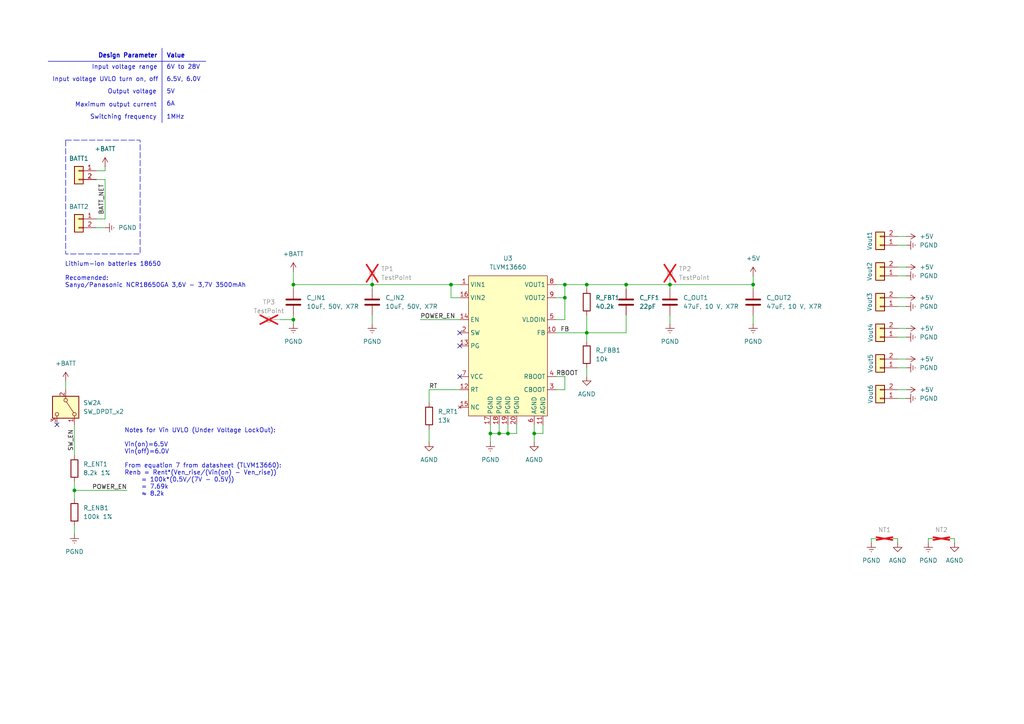
<source format=kicad_sch>
(kicad_sch
	(version 20231120)
	(generator "eeschema")
	(generator_version "8.0")
	(uuid "efb12308-5013-4ca6-a469-7d8d7a5c6e7f")
	(paper "A4")
	(title_block
		(title "Avata LED Payload")
		(rev "0.1")
		(company "EOLab")
		(comment 1 "Author: Harley Lara, Mauricio Zacarias")
		(comment 2 "Based on NanoCore 525: github.com/EOLab-HSRW/NanoCore-525")
		(comment 3 "Repo: https://github.com/EOLab-HSRW/avata-led-payload")
	)
	(lib_symbols
		(symbol "Connector:TestPoint"
			(pin_numbers hide)
			(pin_names
				(offset 0.762) hide)
			(exclude_from_sim no)
			(in_bom yes)
			(on_board yes)
			(property "Reference" "TP"
				(at 0 6.858 0)
				(effects
					(font
						(size 1.27 1.27)
					)
				)
			)
			(property "Value" "TestPoint"
				(at 0 5.08 0)
				(effects
					(font
						(size 1.27 1.27)
					)
				)
			)
			(property "Footprint" ""
				(at 5.08 0 0)
				(effects
					(font
						(size 1.27 1.27)
					)
					(hide yes)
				)
			)
			(property "Datasheet" "~"
				(at 5.08 0 0)
				(effects
					(font
						(size 1.27 1.27)
					)
					(hide yes)
				)
			)
			(property "Description" "test point"
				(at 0 0 0)
				(effects
					(font
						(size 1.27 1.27)
					)
					(hide yes)
				)
			)
			(property "ki_keywords" "test point tp"
				(at 0 0 0)
				(effects
					(font
						(size 1.27 1.27)
					)
					(hide yes)
				)
			)
			(property "ki_fp_filters" "Pin* Test*"
				(at 0 0 0)
				(effects
					(font
						(size 1.27 1.27)
					)
					(hide yes)
				)
			)
			(symbol "TestPoint_0_1"
				(circle
					(center 0 3.302)
					(radius 0.762)
					(stroke
						(width 0)
						(type default)
					)
					(fill
						(type none)
					)
				)
			)
			(symbol "TestPoint_1_1"
				(pin passive line
					(at 0 0 90)
					(length 2.54)
					(name "1"
						(effects
							(font
								(size 1.27 1.27)
							)
						)
					)
					(number "1"
						(effects
							(font
								(size 1.27 1.27)
							)
						)
					)
				)
			)
		)
		(symbol "Connector_Generic:Conn_01x02"
			(pin_names
				(offset 1.016) hide)
			(exclude_from_sim no)
			(in_bom yes)
			(on_board yes)
			(property "Reference" "J"
				(at 0 2.54 0)
				(effects
					(font
						(size 1.27 1.27)
					)
				)
			)
			(property "Value" "Conn_01x02"
				(at 0 -5.08 0)
				(effects
					(font
						(size 1.27 1.27)
					)
				)
			)
			(property "Footprint" ""
				(at 0 0 0)
				(effects
					(font
						(size 1.27 1.27)
					)
					(hide yes)
				)
			)
			(property "Datasheet" "~"
				(at 0 0 0)
				(effects
					(font
						(size 1.27 1.27)
					)
					(hide yes)
				)
			)
			(property "Description" "Generic connector, single row, 01x02, script generated (kicad-library-utils/schlib/autogen/connector/)"
				(at 0 0 0)
				(effects
					(font
						(size 1.27 1.27)
					)
					(hide yes)
				)
			)
			(property "ki_keywords" "connector"
				(at 0 0 0)
				(effects
					(font
						(size 1.27 1.27)
					)
					(hide yes)
				)
			)
			(property "ki_fp_filters" "Connector*:*_1x??_*"
				(at 0 0 0)
				(effects
					(font
						(size 1.27 1.27)
					)
					(hide yes)
				)
			)
			(symbol "Conn_01x02_1_1"
				(rectangle
					(start -1.27 -2.413)
					(end 0 -2.667)
					(stroke
						(width 0.1524)
						(type default)
					)
					(fill
						(type none)
					)
				)
				(rectangle
					(start -1.27 0.127)
					(end 0 -0.127)
					(stroke
						(width 0.1524)
						(type default)
					)
					(fill
						(type none)
					)
				)
				(rectangle
					(start -1.27 1.27)
					(end 1.27 -3.81)
					(stroke
						(width 0.254)
						(type default)
					)
					(fill
						(type background)
					)
				)
				(pin passive line
					(at -5.08 0 0)
					(length 3.81)
					(name "Pin_1"
						(effects
							(font
								(size 1.27 1.27)
							)
						)
					)
					(number "1"
						(effects
							(font
								(size 1.27 1.27)
							)
						)
					)
				)
				(pin passive line
					(at -5.08 -2.54 0)
					(length 3.81)
					(name "Pin_2"
						(effects
							(font
								(size 1.27 1.27)
							)
						)
					)
					(number "2"
						(effects
							(font
								(size 1.27 1.27)
							)
						)
					)
				)
			)
		)
		(symbol "Device:C"
			(pin_numbers hide)
			(pin_names
				(offset 0.254)
			)
			(exclude_from_sim no)
			(in_bom yes)
			(on_board yes)
			(property "Reference" "C"
				(at 0.635 2.54 0)
				(effects
					(font
						(size 1.27 1.27)
					)
					(justify left)
				)
			)
			(property "Value" "C"
				(at 0.635 -2.54 0)
				(effects
					(font
						(size 1.27 1.27)
					)
					(justify left)
				)
			)
			(property "Footprint" ""
				(at 0.9652 -3.81 0)
				(effects
					(font
						(size 1.27 1.27)
					)
					(hide yes)
				)
			)
			(property "Datasheet" "~"
				(at 0 0 0)
				(effects
					(font
						(size 1.27 1.27)
					)
					(hide yes)
				)
			)
			(property "Description" "Unpolarized capacitor"
				(at 0 0 0)
				(effects
					(font
						(size 1.27 1.27)
					)
					(hide yes)
				)
			)
			(property "ki_keywords" "cap capacitor"
				(at 0 0 0)
				(effects
					(font
						(size 1.27 1.27)
					)
					(hide yes)
				)
			)
			(property "ki_fp_filters" "C_*"
				(at 0 0 0)
				(effects
					(font
						(size 1.27 1.27)
					)
					(hide yes)
				)
			)
			(symbol "C_0_1"
				(polyline
					(pts
						(xy -2.032 -0.762) (xy 2.032 -0.762)
					)
					(stroke
						(width 0.508)
						(type default)
					)
					(fill
						(type none)
					)
				)
				(polyline
					(pts
						(xy -2.032 0.762) (xy 2.032 0.762)
					)
					(stroke
						(width 0.508)
						(type default)
					)
					(fill
						(type none)
					)
				)
			)
			(symbol "C_1_1"
				(pin passive line
					(at 0 3.81 270)
					(length 2.794)
					(name "~"
						(effects
							(font
								(size 1.27 1.27)
							)
						)
					)
					(number "1"
						(effects
							(font
								(size 1.27 1.27)
							)
						)
					)
				)
				(pin passive line
					(at 0 -3.81 90)
					(length 2.794)
					(name "~"
						(effects
							(font
								(size 1.27 1.27)
							)
						)
					)
					(number "2"
						(effects
							(font
								(size 1.27 1.27)
							)
						)
					)
				)
			)
		)
		(symbol "Device:NetTie_2"
			(pin_numbers hide)
			(pin_names
				(offset 0) hide)
			(exclude_from_sim no)
			(in_bom no)
			(on_board yes)
			(property "Reference" "NT"
				(at 0 1.27 0)
				(effects
					(font
						(size 1.27 1.27)
					)
				)
			)
			(property "Value" "NetTie_2"
				(at 0 -1.27 0)
				(effects
					(font
						(size 1.27 1.27)
					)
				)
			)
			(property "Footprint" ""
				(at 0 0 0)
				(effects
					(font
						(size 1.27 1.27)
					)
					(hide yes)
				)
			)
			(property "Datasheet" "~"
				(at 0 0 0)
				(effects
					(font
						(size 1.27 1.27)
					)
					(hide yes)
				)
			)
			(property "Description" "Net tie, 2 pins"
				(at 0 0 0)
				(effects
					(font
						(size 1.27 1.27)
					)
					(hide yes)
				)
			)
			(property "ki_keywords" "net tie short"
				(at 0 0 0)
				(effects
					(font
						(size 1.27 1.27)
					)
					(hide yes)
				)
			)
			(property "ki_fp_filters" "Net*Tie*"
				(at 0 0 0)
				(effects
					(font
						(size 1.27 1.27)
					)
					(hide yes)
				)
			)
			(symbol "NetTie_2_0_1"
				(polyline
					(pts
						(xy -1.27 0) (xy 1.27 0)
					)
					(stroke
						(width 0.254)
						(type default)
					)
					(fill
						(type none)
					)
				)
			)
			(symbol "NetTie_2_1_1"
				(pin passive line
					(at -2.54 0 0)
					(length 2.54)
					(name "1"
						(effects
							(font
								(size 1.27 1.27)
							)
						)
					)
					(number "1"
						(effects
							(font
								(size 1.27 1.27)
							)
						)
					)
				)
				(pin passive line
					(at 2.54 0 180)
					(length 2.54)
					(name "2"
						(effects
							(font
								(size 1.27 1.27)
							)
						)
					)
					(number "2"
						(effects
							(font
								(size 1.27 1.27)
							)
						)
					)
				)
			)
		)
		(symbol "Device:R"
			(pin_numbers hide)
			(pin_names
				(offset 0)
			)
			(exclude_from_sim no)
			(in_bom yes)
			(on_board yes)
			(property "Reference" "R"
				(at 2.032 0 90)
				(effects
					(font
						(size 1.27 1.27)
					)
				)
			)
			(property "Value" "R"
				(at 0 0 90)
				(effects
					(font
						(size 1.27 1.27)
					)
				)
			)
			(property "Footprint" ""
				(at -1.778 0 90)
				(effects
					(font
						(size 1.27 1.27)
					)
					(hide yes)
				)
			)
			(property "Datasheet" "~"
				(at 0 0 0)
				(effects
					(font
						(size 1.27 1.27)
					)
					(hide yes)
				)
			)
			(property "Description" "Resistor"
				(at 0 0 0)
				(effects
					(font
						(size 1.27 1.27)
					)
					(hide yes)
				)
			)
			(property "ki_keywords" "R res resistor"
				(at 0 0 0)
				(effects
					(font
						(size 1.27 1.27)
					)
					(hide yes)
				)
			)
			(property "ki_fp_filters" "R_*"
				(at 0 0 0)
				(effects
					(font
						(size 1.27 1.27)
					)
					(hide yes)
				)
			)
			(symbol "R_0_1"
				(rectangle
					(start -1.016 -2.54)
					(end 1.016 2.54)
					(stroke
						(width 0.254)
						(type default)
					)
					(fill
						(type none)
					)
				)
			)
			(symbol "R_1_1"
				(pin passive line
					(at 0 3.81 270)
					(length 1.27)
					(name "~"
						(effects
							(font
								(size 1.27 1.27)
							)
						)
					)
					(number "1"
						(effects
							(font
								(size 1.27 1.27)
							)
						)
					)
				)
				(pin passive line
					(at 0 -3.81 90)
					(length 1.27)
					(name "~"
						(effects
							(font
								(size 1.27 1.27)
							)
						)
					)
					(number "2"
						(effects
							(font
								(size 1.27 1.27)
							)
						)
					)
				)
			)
		)
		(symbol "Switch:SW_DPDT_x2"
			(pin_names
				(offset 0) hide)
			(exclude_from_sim no)
			(in_bom yes)
			(on_board yes)
			(property "Reference" "SW"
				(at 0 5.08 0)
				(effects
					(font
						(size 1.27 1.27)
					)
				)
			)
			(property "Value" "SW_DPDT_x2"
				(at 0 -5.08 0)
				(effects
					(font
						(size 1.27 1.27)
					)
				)
			)
			(property "Footprint" ""
				(at 0 0 0)
				(effects
					(font
						(size 1.27 1.27)
					)
					(hide yes)
				)
			)
			(property "Datasheet" "~"
				(at 0 0 0)
				(effects
					(font
						(size 1.27 1.27)
					)
					(hide yes)
				)
			)
			(property "Description" "Switch, dual pole double throw, separate symbols"
				(at 0 0 0)
				(effects
					(font
						(size 1.27 1.27)
					)
					(hide yes)
				)
			)
			(property "ki_keywords" "switch dual-pole double-throw DPDT spdt ON-ON"
				(at 0 0 0)
				(effects
					(font
						(size 1.27 1.27)
					)
					(hide yes)
				)
			)
			(property "ki_fp_filters" "SW*DPDT*"
				(at 0 0 0)
				(effects
					(font
						(size 1.27 1.27)
					)
					(hide yes)
				)
			)
			(symbol "SW_DPDT_x2_0_0"
				(circle
					(center -2.032 0)
					(radius 0.508)
					(stroke
						(width 0)
						(type default)
					)
					(fill
						(type none)
					)
				)
				(circle
					(center 2.032 -2.54)
					(radius 0.508)
					(stroke
						(width 0)
						(type default)
					)
					(fill
						(type none)
					)
				)
			)
			(symbol "SW_DPDT_x2_0_1"
				(rectangle
					(start -3.175 3.81)
					(end 3.175 -3.81)
					(stroke
						(width 0.254)
						(type default)
					)
					(fill
						(type background)
					)
				)
				(polyline
					(pts
						(xy -1.524 0.254) (xy 1.5748 2.286)
					)
					(stroke
						(width 0)
						(type default)
					)
					(fill
						(type none)
					)
				)
				(circle
					(center 2.032 2.54)
					(radius 0.508)
					(stroke
						(width 0)
						(type default)
					)
					(fill
						(type none)
					)
				)
			)
			(symbol "SW_DPDT_x2_1_1"
				(pin passive line
					(at 5.08 2.54 180)
					(length 2.54)
					(name "A"
						(effects
							(font
								(size 1.27 1.27)
							)
						)
					)
					(number "1"
						(effects
							(font
								(size 1.27 1.27)
							)
						)
					)
				)
				(pin passive line
					(at -5.08 0 0)
					(length 2.54)
					(name "B"
						(effects
							(font
								(size 1.27 1.27)
							)
						)
					)
					(number "2"
						(effects
							(font
								(size 1.27 1.27)
							)
						)
					)
				)
				(pin passive line
					(at 5.08 -2.54 180)
					(length 2.54)
					(name "C"
						(effects
							(font
								(size 1.27 1.27)
							)
						)
					)
					(number "3"
						(effects
							(font
								(size 1.27 1.27)
							)
						)
					)
				)
			)
			(symbol "SW_DPDT_x2_2_1"
				(pin passive line
					(at 5.08 2.54 180)
					(length 2.54)
					(name "A"
						(effects
							(font
								(size 1.27 1.27)
							)
						)
					)
					(number "4"
						(effects
							(font
								(size 1.27 1.27)
							)
						)
					)
				)
				(pin passive line
					(at -5.08 0 0)
					(length 2.54)
					(name "B"
						(effects
							(font
								(size 1.27 1.27)
							)
						)
					)
					(number "5"
						(effects
							(font
								(size 1.27 1.27)
							)
						)
					)
				)
				(pin passive line
					(at 5.08 -2.54 180)
					(length 2.54)
					(name "C"
						(effects
							(font
								(size 1.27 1.27)
							)
						)
					)
					(number "6"
						(effects
							(font
								(size 1.27 1.27)
							)
						)
					)
				)
			)
		)
		(symbol "TLVM_sym:TLVM13660RDLR"
			(exclude_from_sim no)
			(in_bom yes)
			(on_board yes)
			(property "Reference" "U"
				(at 0 0 0)
				(effects
					(font
						(size 1.27 1.27)
					)
				)
			)
			(property "Value" ""
				(at 0 0 0)
				(effects
					(font
						(size 1.27 1.27)
					)
				)
			)
			(property "Footprint" "Package_DFN_QFN:Texas_B3QFN-14-1EP_5x5.5mm_P0.65mm_ThermalVia"
				(at 0 0 0)
				(effects
					(font
						(size 1.27 1.27)
					)
					(hide yes)
				)
			)
			(property "Datasheet" "https://www.ti.com/lit/ds/symlink/tlvm13660.pdf?ts=1731761385313"
				(at 0 0 0)
				(effects
					(font
						(size 1.27 1.27)
					)
					(hide yes)
				)
			)
			(property "Description" " High-Density, 3-V to 36-V Input, 1-V to 6-V Output, 6-A Synchronous Buck DC/DC Power Module"
				(at 0 0 0)
				(effects
					(font
						(size 1.27 1.27)
					)
					(hide yes)
				)
			)
			(symbol "TLVM13660RDLR_0_0"
				(pin power_in line
					(at -13.97 17.78 0)
					(length 2.54)
					(name "VIN1"
						(effects
							(font
								(size 1.27 1.27)
							)
						)
					)
					(number "1"
						(effects
							(font
								(size 1.27 1.27)
							)
						)
					)
				)
				(pin input line
					(at 13.97 3.81 180)
					(length 2.54)
					(name "FB"
						(effects
							(font
								(size 1.27 1.27)
							)
						)
					)
					(number "10"
						(effects
							(font
								(size 1.27 1.27)
							)
						)
					)
				)
				(pin input line
					(at 10.16 -22.86 90)
					(length 2.54)
					(name "AGND"
						(effects
							(font
								(size 1.27 1.27)
							)
						)
					)
					(number "11"
						(effects
							(font
								(size 1.27 1.27)
							)
						)
					)
				)
				(pin input line
					(at -13.97 -12.7 0)
					(length 2.54)
					(name "RT"
						(effects
							(font
								(size 1.27 1.27)
							)
						)
					)
					(number "12"
						(effects
							(font
								(size 1.27 1.27)
							)
						)
					)
				)
				(pin output line
					(at -13.97 0 0)
					(length 2.54)
					(name "PG"
						(effects
							(font
								(size 1.27 1.27)
							)
						)
					)
					(number "13"
						(effects
							(font
								(size 1.27 1.27)
							)
						)
					)
				)
				(pin input line
					(at -13.97 7.62 0)
					(length 2.54)
					(name "EN"
						(effects
							(font
								(size 1.27 1.27)
							)
						)
					)
					(number "14"
						(effects
							(font
								(size 1.27 1.27)
							)
						)
					)
				)
				(pin no_connect line
					(at -13.97 -17.78 0)
					(length 2.54)
					(name "NC"
						(effects
							(font
								(size 1.27 1.27)
							)
						)
					)
					(number "15"
						(effects
							(font
								(size 1.27 1.27)
							)
						)
					)
				)
				(pin power_in line
					(at -13.97 13.97 0)
					(length 2.54)
					(name "VIN2"
						(effects
							(font
								(size 1.27 1.27)
							)
						)
					)
					(number "16"
						(effects
							(font
								(size 1.27 1.27)
							)
						)
					)
				)
				(pin power_out line
					(at -13.97 3.81 0)
					(length 2.54)
					(name "SW"
						(effects
							(font
								(size 1.27 1.27)
							)
						)
					)
					(number "2"
						(effects
							(font
								(size 1.27 1.27)
							)
						)
					)
				)
				(pin input line
					(at 13.97 -12.7 180)
					(length 2.54)
					(name "CBOOT"
						(effects
							(font
								(size 1.27 1.27)
							)
						)
					)
					(number "3"
						(effects
							(font
								(size 1.27 1.27)
							)
						)
					)
				)
				(pin input line
					(at 13.97 -8.89 180)
					(length 2.54)
					(name "RBOOT"
						(effects
							(font
								(size 1.27 1.27)
							)
						)
					)
					(number "4"
						(effects
							(font
								(size 1.27 1.27)
							)
						)
					)
				)
				(pin input line
					(at 13.97 7.62 180)
					(length 2.54)
					(name "VLDOIN"
						(effects
							(font
								(size 1.27 1.27)
							)
						)
					)
					(number "5"
						(effects
							(font
								(size 1.27 1.27)
							)
						)
					)
				)
				(pin input line
					(at 7.62 -22.86 90)
					(length 2.54)
					(name "AGND"
						(effects
							(font
								(size 1.27 1.27)
							)
						)
					)
					(number "6"
						(effects
							(font
								(size 1.27 1.27)
							)
						)
					)
				)
				(pin input line
					(at -13.97 -8.89 0)
					(length 2.54)
					(name "VCC"
						(effects
							(font
								(size 1.27 1.27)
							)
						)
					)
					(number "7"
						(effects
							(font
								(size 1.27 1.27)
							)
						)
					)
				)
				(pin power_out line
					(at 13.97 17.78 180)
					(length 2.54)
					(name "VOUT1"
						(effects
							(font
								(size 1.27 1.27)
							)
						)
					)
					(number "8"
						(effects
							(font
								(size 1.27 1.27)
							)
						)
					)
				)
				(pin power_out line
					(at 13.97 13.97 180)
					(length 2.54)
					(name "VOUT2"
						(effects
							(font
								(size 1.27 1.27)
							)
						)
					)
					(number "9"
						(effects
							(font
								(size 1.27 1.27)
							)
						)
					)
				)
			)
			(symbol "TLVM13660RDLR_1_0"
				(pin input line
					(at -5.08 -22.86 90)
					(length 2.54)
					(name "PGND"
						(effects
							(font
								(size 1.27 1.27)
							)
						)
					)
					(number "17"
						(effects
							(font
								(size 1.27 1.27)
							)
						)
					)
				)
				(pin input line
					(at -2.54 -22.86 90)
					(length 2.54)
					(name "PGND"
						(effects
							(font
								(size 1.27 1.27)
							)
						)
					)
					(number "18"
						(effects
							(font
								(size 1.27 1.27)
							)
						)
					)
				)
				(pin input line
					(at 0 -22.86 90)
					(length 2.54)
					(name "PGND"
						(effects
							(font
								(size 1.27 1.27)
							)
						)
					)
					(number "19"
						(effects
							(font
								(size 1.27 1.27)
							)
						)
					)
				)
				(pin input line
					(at 2.54 -22.86 90)
					(length 2.54)
					(name "PGND"
						(effects
							(font
								(size 1.27 1.27)
							)
						)
					)
					(number "20"
						(effects
							(font
								(size 1.27 1.27)
							)
						)
					)
				)
			)
			(symbol "TLVM13660RDLR_1_1"
				(rectangle
					(start -11.43 20.32)
					(end 11.43 -20.32)
					(stroke
						(width 0)
						(type default)
					)
					(fill
						(type background)
					)
				)
			)
		)
		(symbol "power:+5V"
			(power)
			(pin_numbers hide)
			(pin_names
				(offset 0) hide)
			(exclude_from_sim no)
			(in_bom yes)
			(on_board yes)
			(property "Reference" "#PWR"
				(at 0 -3.81 0)
				(effects
					(font
						(size 1.27 1.27)
					)
					(hide yes)
				)
			)
			(property "Value" "+5V"
				(at 0 3.556 0)
				(effects
					(font
						(size 1.27 1.27)
					)
				)
			)
			(property "Footprint" ""
				(at 0 0 0)
				(effects
					(font
						(size 1.27 1.27)
					)
					(hide yes)
				)
			)
			(property "Datasheet" ""
				(at 0 0 0)
				(effects
					(font
						(size 1.27 1.27)
					)
					(hide yes)
				)
			)
			(property "Description" "Power symbol creates a global label with name \"+5V\""
				(at 0 0 0)
				(effects
					(font
						(size 1.27 1.27)
					)
					(hide yes)
				)
			)
			(property "ki_keywords" "global power"
				(at 0 0 0)
				(effects
					(font
						(size 1.27 1.27)
					)
					(hide yes)
				)
			)
			(symbol "+5V_0_1"
				(polyline
					(pts
						(xy -0.762 1.27) (xy 0 2.54)
					)
					(stroke
						(width 0)
						(type default)
					)
					(fill
						(type none)
					)
				)
				(polyline
					(pts
						(xy 0 0) (xy 0 2.54)
					)
					(stroke
						(width 0)
						(type default)
					)
					(fill
						(type none)
					)
				)
				(polyline
					(pts
						(xy 0 2.54) (xy 0.762 1.27)
					)
					(stroke
						(width 0)
						(type default)
					)
					(fill
						(type none)
					)
				)
			)
			(symbol "+5V_1_1"
				(pin power_in line
					(at 0 0 90)
					(length 0)
					(name "~"
						(effects
							(font
								(size 1.27 1.27)
							)
						)
					)
					(number "1"
						(effects
							(font
								(size 1.27 1.27)
							)
						)
					)
				)
			)
		)
		(symbol "power:+BATT"
			(power)
			(pin_numbers hide)
			(pin_names
				(offset 0) hide)
			(exclude_from_sim no)
			(in_bom yes)
			(on_board yes)
			(property "Reference" "#PWR"
				(at 0 -3.81 0)
				(effects
					(font
						(size 1.27 1.27)
					)
					(hide yes)
				)
			)
			(property "Value" "+BATT"
				(at 0 3.556 0)
				(effects
					(font
						(size 1.27 1.27)
					)
				)
			)
			(property "Footprint" ""
				(at 0 0 0)
				(effects
					(font
						(size 1.27 1.27)
					)
					(hide yes)
				)
			)
			(property "Datasheet" ""
				(at 0 0 0)
				(effects
					(font
						(size 1.27 1.27)
					)
					(hide yes)
				)
			)
			(property "Description" "Power symbol creates a global label with name \"+BATT\""
				(at 0 0 0)
				(effects
					(font
						(size 1.27 1.27)
					)
					(hide yes)
				)
			)
			(property "ki_keywords" "global power battery"
				(at 0 0 0)
				(effects
					(font
						(size 1.27 1.27)
					)
					(hide yes)
				)
			)
			(symbol "+BATT_0_1"
				(polyline
					(pts
						(xy -0.762 1.27) (xy 0 2.54)
					)
					(stroke
						(width 0)
						(type default)
					)
					(fill
						(type none)
					)
				)
				(polyline
					(pts
						(xy 0 0) (xy 0 2.54)
					)
					(stroke
						(width 0)
						(type default)
					)
					(fill
						(type none)
					)
				)
				(polyline
					(pts
						(xy 0 2.54) (xy 0.762 1.27)
					)
					(stroke
						(width 0)
						(type default)
					)
					(fill
						(type none)
					)
				)
			)
			(symbol "+BATT_1_1"
				(pin power_in line
					(at 0 0 90)
					(length 0)
					(name "~"
						(effects
							(font
								(size 1.27 1.27)
							)
						)
					)
					(number "1"
						(effects
							(font
								(size 1.27 1.27)
							)
						)
					)
				)
			)
		)
		(symbol "power:GNDA"
			(power)
			(pin_numbers hide)
			(pin_names
				(offset 0) hide)
			(exclude_from_sim no)
			(in_bom yes)
			(on_board yes)
			(property "Reference" "#PWR"
				(at 0 -6.35 0)
				(effects
					(font
						(size 1.27 1.27)
					)
					(hide yes)
				)
			)
			(property "Value" "GNDA"
				(at 0 -3.81 0)
				(effects
					(font
						(size 1.27 1.27)
					)
				)
			)
			(property "Footprint" ""
				(at 0 0 0)
				(effects
					(font
						(size 1.27 1.27)
					)
					(hide yes)
				)
			)
			(property "Datasheet" ""
				(at 0 0 0)
				(effects
					(font
						(size 1.27 1.27)
					)
					(hide yes)
				)
			)
			(property "Description" "Power symbol creates a global label with name \"GNDA\" , analog ground"
				(at 0 0 0)
				(effects
					(font
						(size 1.27 1.27)
					)
					(hide yes)
				)
			)
			(property "ki_keywords" "global power"
				(at 0 0 0)
				(effects
					(font
						(size 1.27 1.27)
					)
					(hide yes)
				)
			)
			(symbol "GNDA_0_1"
				(polyline
					(pts
						(xy 0 0) (xy 0 -1.27) (xy 1.27 -1.27) (xy 0 -2.54) (xy -1.27 -1.27) (xy 0 -1.27)
					)
					(stroke
						(width 0)
						(type default)
					)
					(fill
						(type none)
					)
				)
			)
			(symbol "GNDA_1_1"
				(pin power_in line
					(at 0 0 270)
					(length 0)
					(name "~"
						(effects
							(font
								(size 1.27 1.27)
							)
						)
					)
					(number "1"
						(effects
							(font
								(size 1.27 1.27)
							)
						)
					)
				)
			)
		)
		(symbol "power:GNDREF"
			(power)
			(pin_numbers hide)
			(pin_names
				(offset 0) hide)
			(exclude_from_sim no)
			(in_bom yes)
			(on_board yes)
			(property "Reference" "#PWR"
				(at 0 -6.35 0)
				(effects
					(font
						(size 1.27 1.27)
					)
					(hide yes)
				)
			)
			(property "Value" "GNDREF"
				(at 0 -3.81 0)
				(effects
					(font
						(size 1.27 1.27)
					)
				)
			)
			(property "Footprint" ""
				(at 0 0 0)
				(effects
					(font
						(size 1.27 1.27)
					)
					(hide yes)
				)
			)
			(property "Datasheet" ""
				(at 0 0 0)
				(effects
					(font
						(size 1.27 1.27)
					)
					(hide yes)
				)
			)
			(property "Description" "Power symbol creates a global label with name \"GNDREF\" , reference supply ground"
				(at 0 0 0)
				(effects
					(font
						(size 1.27 1.27)
					)
					(hide yes)
				)
			)
			(property "ki_keywords" "global power"
				(at 0 0 0)
				(effects
					(font
						(size 1.27 1.27)
					)
					(hide yes)
				)
			)
			(symbol "GNDREF_0_1"
				(polyline
					(pts
						(xy -0.635 -1.905) (xy 0.635 -1.905)
					)
					(stroke
						(width 0)
						(type default)
					)
					(fill
						(type none)
					)
				)
				(polyline
					(pts
						(xy -0.127 -2.54) (xy 0.127 -2.54)
					)
					(stroke
						(width 0)
						(type default)
					)
					(fill
						(type none)
					)
				)
				(polyline
					(pts
						(xy 0 -1.27) (xy 0 0)
					)
					(stroke
						(width 0)
						(type default)
					)
					(fill
						(type none)
					)
				)
				(polyline
					(pts
						(xy 1.27 -1.27) (xy -1.27 -1.27)
					)
					(stroke
						(width 0)
						(type default)
					)
					(fill
						(type none)
					)
				)
			)
			(symbol "GNDREF_1_1"
				(pin power_in line
					(at 0 0 270)
					(length 0)
					(name "~"
						(effects
							(font
								(size 1.27 1.27)
							)
						)
					)
					(number "1"
						(effects
							(font
								(size 1.27 1.27)
							)
						)
					)
				)
			)
		)
	)
	(junction
		(at 147.32 125.73)
		(diameter 0)
		(color 0 0 0 0)
		(uuid "08d7253c-f9c6-440b-9d18-fe7d1b946193")
	)
	(junction
		(at 85.09 82.55)
		(diameter 0)
		(color 0 0 0 0)
		(uuid "0e4baa6e-bd63-40ec-a0e0-7786229e49ff")
	)
	(junction
		(at 170.18 82.55)
		(diameter 0)
		(color 0 0 0 0)
		(uuid "0eca556c-5e18-4927-88ad-43f62908513d")
	)
	(junction
		(at 154.94 125.73)
		(diameter 0)
		(color 0 0 0 0)
		(uuid "1a7efd52-9b09-4d83-8ff4-769e60c3e7f7")
	)
	(junction
		(at 130.81 82.55)
		(diameter 0)
		(color 0 0 0 0)
		(uuid "3671f2d4-e872-4bc0-8a40-472c223c5028")
	)
	(junction
		(at 194.31 82.55)
		(diameter 0)
		(color 0 0 0 0)
		(uuid "4d20155f-60ec-4564-9c24-8b1439a0a3da")
	)
	(junction
		(at 85.09 92.71)
		(diameter 0)
		(color 0 0 0 0)
		(uuid "4ead7948-4a9f-4783-976e-45cc251f0c9d")
	)
	(junction
		(at 170.18 96.52)
		(diameter 0)
		(color 0 0 0 0)
		(uuid "6b559d87-b047-4375-bd77-9d9f96d43a01")
	)
	(junction
		(at 218.44 82.55)
		(diameter 0)
		(color 0 0 0 0)
		(uuid "8fc0395e-df0c-4abf-b7e0-eb1d07cea6d6")
	)
	(junction
		(at 142.24 125.73)
		(diameter 0)
		(color 0 0 0 0)
		(uuid "900c5f59-6709-4601-a2d2-e470488a8792")
	)
	(junction
		(at 144.78 125.73)
		(diameter 0)
		(color 0 0 0 0)
		(uuid "ba4c40d9-7db0-4401-9e9a-06903f3934f0")
	)
	(junction
		(at 163.83 86.36)
		(diameter 0)
		(color 0 0 0 0)
		(uuid "c7d93813-b390-40db-823b-29f0bf9114be")
	)
	(junction
		(at 181.61 82.55)
		(diameter 0)
		(color 0 0 0 0)
		(uuid "c8413b25-3321-48fa-a807-283779b81053")
	)
	(junction
		(at 21.59 142.24)
		(diameter 0)
		(color 0 0 0 0)
		(uuid "d5e869f4-4e11-4efc-afa1-c0463bd2de19")
	)
	(junction
		(at 163.83 82.55)
		(diameter 0)
		(color 0 0 0 0)
		(uuid "e1120c54-40d4-43d5-854f-2c47b21f721b")
	)
	(junction
		(at 107.95 82.55)
		(diameter 0)
		(color 0 0 0 0)
		(uuid "ee5647e9-530e-45f3-a9dd-9ddb0eba0914")
	)
	(no_connect
		(at 133.35 109.22)
		(uuid "001d58b1-8323-4963-9251-e00d04f80bdb")
	)
	(no_connect
		(at 133.35 100.33)
		(uuid "e77f77ab-0025-4702-920c-f560d7e4b174")
	)
	(no_connect
		(at 133.35 96.52)
		(uuid "ed80c32c-2992-46be-aec7-3088882eb9f9")
	)
	(no_connect
		(at 16.51 123.19)
		(uuid "feb558d9-1fec-4d98-afd0-7dddc5d3372f")
	)
	(wire
		(pts
			(xy 157.48 125.73) (xy 154.94 125.73)
		)
		(stroke
			(width 0)
			(type default)
		)
		(uuid "035097ad-ed7c-4f74-87e5-09611094ca7d")
	)
	(wire
		(pts
			(xy 85.09 82.55) (xy 85.09 83.82)
		)
		(stroke
			(width 0)
			(type default)
		)
		(uuid "082bf1d3-8cf7-4b00-97a2-6f844c242aa8")
	)
	(wire
		(pts
			(xy 218.44 83.82) (xy 218.44 82.55)
		)
		(stroke
			(width 0)
			(type default)
		)
		(uuid "0bfe05e0-61ee-4b45-9286-ca5e02551984")
	)
	(wire
		(pts
			(xy 260.35 115.57) (xy 262.89 115.57)
		)
		(stroke
			(width 0)
			(type default)
		)
		(uuid "1287a888-061a-4015-bcba-339273c995f4")
	)
	(wire
		(pts
			(xy 170.18 82.55) (xy 170.18 83.82)
		)
		(stroke
			(width 0)
			(type default)
		)
		(uuid "19951a1a-fe4c-464d-ba14-b8d27bdf0efe")
	)
	(wire
		(pts
			(xy 194.31 91.44) (xy 194.31 93.98)
		)
		(stroke
			(width 0)
			(type default)
		)
		(uuid "20be1079-64a2-468b-a24d-60dd6532496b")
	)
	(wire
		(pts
			(xy 170.18 96.52) (xy 170.18 99.06)
		)
		(stroke
			(width 0)
			(type default)
		)
		(uuid "237fbfb7-08a3-4943-a3b6-f2d3fdbefc6a")
	)
	(wire
		(pts
			(xy 107.95 91.44) (xy 107.95 93.98)
		)
		(stroke
			(width 0)
			(type default)
		)
		(uuid "2383a48d-b350-4ce1-b0a1-ef209f5ea87a")
	)
	(wire
		(pts
			(xy 260.35 77.47) (xy 262.89 77.47)
		)
		(stroke
			(width 0)
			(type default)
		)
		(uuid "243ac743-b07e-42ab-beac-6cef65ec54ec")
	)
	(wire
		(pts
			(xy 163.83 82.55) (xy 170.18 82.55)
		)
		(stroke
			(width 0)
			(type default)
		)
		(uuid "28e38ddc-2469-4fd4-b957-69831b1c0bbb")
	)
	(wire
		(pts
			(xy 124.46 116.84) (xy 124.46 113.03)
		)
		(stroke
			(width 0)
			(type default)
		)
		(uuid "28fef9e4-eb45-4b8a-a740-589a9268aa9a")
	)
	(wire
		(pts
			(xy 142.24 125.73) (xy 142.24 128.27)
		)
		(stroke
			(width 0)
			(type default)
		)
		(uuid "2983a08c-b61b-4a64-9f0a-2be7dd94511f")
	)
	(wire
		(pts
			(xy 121.92 92.71) (xy 133.35 92.71)
		)
		(stroke
			(width 0)
			(type default)
		)
		(uuid "3042cf11-2a6d-4459-8259-a174c3c3b5b0")
	)
	(wire
		(pts
			(xy 170.18 82.55) (xy 181.61 82.55)
		)
		(stroke
			(width 0)
			(type default)
		)
		(uuid "33386ec0-7684-44d0-bf2e-8bf8c81ad8bd")
	)
	(wire
		(pts
			(xy 130.81 86.36) (xy 133.35 86.36)
		)
		(stroke
			(width 0)
			(type default)
		)
		(uuid "33c1cc06-650b-41ae-83ef-6361a308d871")
	)
	(wire
		(pts
			(xy 161.29 92.71) (xy 163.83 92.71)
		)
		(stroke
			(width 0)
			(type default)
		)
		(uuid "3700ba9d-24ac-4acf-ba66-a19da63c4a3e")
	)
	(wire
		(pts
			(xy 154.94 125.73) (xy 154.94 128.27)
		)
		(stroke
			(width 0)
			(type default)
		)
		(uuid "4189745f-fea1-40d5-aeff-b3f449a017b2")
	)
	(wire
		(pts
			(xy 85.09 91.44) (xy 85.09 92.71)
		)
		(stroke
			(width 0)
			(type default)
		)
		(uuid "4193ee2b-57d4-43fc-9a03-70cc4dc146ae")
	)
	(wire
		(pts
			(xy 147.32 123.19) (xy 147.32 125.73)
		)
		(stroke
			(width 0)
			(type default)
		)
		(uuid "45a8cb22-7bb7-4d03-8c5b-feb319d17f8c")
	)
	(wire
		(pts
			(xy 133.35 82.55) (xy 130.81 82.55)
		)
		(stroke
			(width 0)
			(type default)
		)
		(uuid "462c1986-5ca0-4a83-be50-45d41098689e")
	)
	(wire
		(pts
			(xy 163.83 86.36) (xy 163.83 82.55)
		)
		(stroke
			(width 0)
			(type default)
		)
		(uuid "463a5030-960b-492b-8a26-62b39546a466")
	)
	(wire
		(pts
			(xy 276.86 156.21) (xy 275.59 156.21)
		)
		(stroke
			(width 0)
			(type default)
		)
		(uuid "4a06e194-bf74-4bb9-83a1-83dcbf4857cb")
	)
	(wire
		(pts
			(xy 260.35 68.58) (xy 262.89 68.58)
		)
		(stroke
			(width 0)
			(type default)
		)
		(uuid "4f62f829-5c83-42be-80a0-483b8f04853c")
	)
	(wire
		(pts
			(xy 85.09 82.55) (xy 107.95 82.55)
		)
		(stroke
			(width 0)
			(type default)
		)
		(uuid "5124481c-ba30-40fa-9e75-c1dd2fa7e58d")
	)
	(wire
		(pts
			(xy 260.35 86.36) (xy 262.89 86.36)
		)
		(stroke
			(width 0)
			(type default)
		)
		(uuid "51ac7132-ed3d-4dc5-b32d-75bf3310e657")
	)
	(polyline
		(pts
			(xy 13.97 17.78) (xy 59.69 17.78)
		)
		(stroke
			(width 0)
			(type default)
		)
		(uuid "5303b370-73e6-4214-878e-2b3532966702")
	)
	(wire
		(pts
			(xy 21.59 152.4) (xy 21.59 154.94)
		)
		(stroke
			(width 0)
			(type default)
		)
		(uuid "539c89ce-abb2-4251-bd9b-10b4374cb573")
	)
	(wire
		(pts
			(xy 260.35 71.12) (xy 262.89 71.12)
		)
		(stroke
			(width 0)
			(type default)
		)
		(uuid "54f1c1ed-af2c-4e85-ad01-dc5e9f4230ba")
	)
	(wire
		(pts
			(xy 27.94 63.5) (xy 30.48 63.5)
		)
		(stroke
			(width 0)
			(type default)
		)
		(uuid "5ec3a25b-ba60-4a2c-833c-9bb16f97c4d1")
	)
	(wire
		(pts
			(xy 260.35 113.03) (xy 262.89 113.03)
		)
		(stroke
			(width 0)
			(type default)
		)
		(uuid "61207a18-9370-4e7d-9e4b-d0645694925f")
	)
	(wire
		(pts
			(xy 181.61 96.52) (xy 170.18 96.52)
		)
		(stroke
			(width 0)
			(type default)
		)
		(uuid "613b78f3-0689-4842-ba04-4e120837d4d8")
	)
	(wire
		(pts
			(xy 85.09 78.74) (xy 85.09 82.55)
		)
		(stroke
			(width 0)
			(type default)
		)
		(uuid "6180fcf8-d363-43a2-b59f-9adc45072680")
	)
	(wire
		(pts
			(xy 21.59 142.24) (xy 36.83 142.24)
		)
		(stroke
			(width 0)
			(type default)
		)
		(uuid "66d7bb3e-edc7-4542-86e1-a088fad45078")
	)
	(wire
		(pts
			(xy 157.48 123.19) (xy 157.48 125.73)
		)
		(stroke
			(width 0)
			(type default)
		)
		(uuid "67697f6a-eb93-45bb-9003-af8ac9d469ab")
	)
	(wire
		(pts
			(xy 124.46 124.46) (xy 124.46 128.27)
		)
		(stroke
			(width 0)
			(type default)
		)
		(uuid "699b50c1-eb82-495b-b5d9-4f34285614c4")
	)
	(wire
		(pts
			(xy 260.35 106.68) (xy 262.89 106.68)
		)
		(stroke
			(width 0)
			(type default)
		)
		(uuid "69fb2749-3697-420d-b92c-f8c7ffb75f1c")
	)
	(wire
		(pts
			(xy 19.05 110.49) (xy 19.05 113.03)
		)
		(stroke
			(width 0)
			(type default)
		)
		(uuid "6c5a8c88-2961-4077-931c-6ebc81c49d98")
	)
	(wire
		(pts
			(xy 30.48 52.07) (xy 30.48 63.5)
		)
		(stroke
			(width 0)
			(type default)
		)
		(uuid "72038b51-599a-47a2-88e3-98d77625bdd9")
	)
	(wire
		(pts
			(xy 260.35 95.25) (xy 262.89 95.25)
		)
		(stroke
			(width 0)
			(type default)
		)
		(uuid "7397ec30-851c-4ea7-88c2-95eb308398d7")
	)
	(wire
		(pts
			(xy 218.44 91.44) (xy 218.44 93.98)
		)
		(stroke
			(width 0)
			(type default)
		)
		(uuid "7522aa24-c5c6-40c9-b541-6970a1ddb299")
	)
	(wire
		(pts
			(xy 260.35 80.01) (xy 262.89 80.01)
		)
		(stroke
			(width 0)
			(type default)
		)
		(uuid "75687bea-6113-4f1e-8583-dc79b4d30be6")
	)
	(wire
		(pts
			(xy 269.24 157.48) (xy 269.24 156.21)
		)
		(stroke
			(width 0)
			(type default)
		)
		(uuid "79452ec3-a7ab-4849-93bc-e0aea5904c83")
	)
	(wire
		(pts
			(xy 107.95 82.55) (xy 107.95 83.82)
		)
		(stroke
			(width 0)
			(type default)
		)
		(uuid "7a5c6269-017b-4518-bacb-2d49340dc6fe")
	)
	(wire
		(pts
			(xy 276.86 157.48) (xy 276.86 156.21)
		)
		(stroke
			(width 0)
			(type default)
		)
		(uuid "7bd546a2-2f28-4c08-98ca-dd7eee7a6a1e")
	)
	(wire
		(pts
			(xy 144.78 125.73) (xy 147.32 125.73)
		)
		(stroke
			(width 0)
			(type default)
		)
		(uuid "7c0a5164-b07f-400e-ac79-2f98300d2372")
	)
	(wire
		(pts
			(xy 107.95 82.55) (xy 130.81 82.55)
		)
		(stroke
			(width 0)
			(type default)
		)
		(uuid "86410fed-f3d7-45dd-a60b-e62790f9fcd1")
	)
	(wire
		(pts
			(xy 81.28 92.71) (xy 85.09 92.71)
		)
		(stroke
			(width 0)
			(type default)
		)
		(uuid "871535b1-fb4e-4aeb-8beb-a4de3e10c324")
	)
	(wire
		(pts
			(xy 170.18 96.52) (xy 170.18 91.44)
		)
		(stroke
			(width 0)
			(type default)
		)
		(uuid "877b02b5-e003-4408-ab2c-f85060ba913d")
	)
	(wire
		(pts
			(xy 163.83 113.03) (xy 161.29 113.03)
		)
		(stroke
			(width 0)
			(type default)
		)
		(uuid "8f16da34-03b3-4ac3-a22c-02a26ec3558b")
	)
	(wire
		(pts
			(xy 252.73 157.48) (xy 252.73 156.21)
		)
		(stroke
			(width 0)
			(type default)
		)
		(uuid "9070f3a2-2d79-4a7e-bbd4-d38b44904d7d")
	)
	(wire
		(pts
			(xy 130.81 82.55) (xy 130.81 86.36)
		)
		(stroke
			(width 0)
			(type default)
		)
		(uuid "92dd5056-cd53-4c70-9ee4-714939b9705d")
	)
	(wire
		(pts
			(xy 27.94 49.53) (xy 30.48 49.53)
		)
		(stroke
			(width 0)
			(type default)
		)
		(uuid "96c97925-63b5-4671-8e76-737be1987c17")
	)
	(wire
		(pts
			(xy 260.35 88.9) (xy 262.89 88.9)
		)
		(stroke
			(width 0)
			(type default)
		)
		(uuid "9b5d5d45-dad2-4748-8174-b55b35b9c2aa")
	)
	(wire
		(pts
			(xy 161.29 96.52) (xy 170.18 96.52)
		)
		(stroke
			(width 0)
			(type default)
		)
		(uuid "9ebb372b-b5be-4c9f-83ff-350f21ad5732")
	)
	(wire
		(pts
			(xy 142.24 125.73) (xy 144.78 125.73)
		)
		(stroke
			(width 0)
			(type default)
		)
		(uuid "a58d652c-a506-450f-a2a1-c4cced57a199")
	)
	(polyline
		(pts
			(xy 46.99 13.97) (xy 46.99 35.56)
		)
		(stroke
			(width 0)
			(type default)
		)
		(uuid "a7b427bd-e90f-4d28-a90e-efb039288610")
	)
	(wire
		(pts
			(xy 147.32 125.73) (xy 149.86 125.73)
		)
		(stroke
			(width 0)
			(type default)
		)
		(uuid "a9f520ca-2ca0-4591-806a-1d872f5704ac")
	)
	(wire
		(pts
			(xy 260.35 156.21) (xy 259.08 156.21)
		)
		(stroke
			(width 0)
			(type default)
		)
		(uuid "adca99be-efc2-40f5-b4db-9a44dfde012e")
	)
	(wire
		(pts
			(xy 181.61 82.55) (xy 194.31 82.55)
		)
		(stroke
			(width 0)
			(type default)
		)
		(uuid "adf31acc-af99-470a-890f-ef1c57935e88")
	)
	(wire
		(pts
			(xy 142.24 123.19) (xy 142.24 125.73)
		)
		(stroke
			(width 0)
			(type default)
		)
		(uuid "b32f1706-d2c4-4d92-b1a6-353a3c8b92f2")
	)
	(wire
		(pts
			(xy 181.61 82.55) (xy 181.61 83.82)
		)
		(stroke
			(width 0)
			(type default)
		)
		(uuid "b8d23b49-c891-472e-adcf-35bc78026ca4")
	)
	(wire
		(pts
			(xy 85.09 92.71) (xy 85.09 93.98)
		)
		(stroke
			(width 0)
			(type default)
		)
		(uuid "ba997e9d-6b12-4a46-b14d-833fadc6f3c9")
	)
	(wire
		(pts
			(xy 124.46 113.03) (xy 133.35 113.03)
		)
		(stroke
			(width 0)
			(type default)
		)
		(uuid "bb62eb7d-e97e-49b8-af1d-98766cea6785")
	)
	(wire
		(pts
			(xy 154.94 123.19) (xy 154.94 125.73)
		)
		(stroke
			(width 0)
			(type default)
		)
		(uuid "c0795b8b-f0c6-4df1-946b-925596988c75")
	)
	(wire
		(pts
			(xy 260.35 157.48) (xy 260.35 156.21)
		)
		(stroke
			(width 0)
			(type default)
		)
		(uuid "c26eab0a-30a6-4ff6-b76e-6db52760649a")
	)
	(wire
		(pts
			(xy 30.48 48.26) (xy 30.48 49.53)
		)
		(stroke
			(width 0)
			(type default)
		)
		(uuid "c45eba97-3fcc-480d-ae0b-ca53449cef9c")
	)
	(wire
		(pts
			(xy 163.83 82.55) (xy 161.29 82.55)
		)
		(stroke
			(width 0)
			(type default)
		)
		(uuid "c47d7e46-ee2b-43ef-98f6-1d38865b787e")
	)
	(wire
		(pts
			(xy 149.86 123.19) (xy 149.86 125.73)
		)
		(stroke
			(width 0)
			(type default)
		)
		(uuid "c808d814-d71a-46a0-80c5-cf2de495a7c1")
	)
	(wire
		(pts
			(xy 163.83 109.22) (xy 163.83 113.03)
		)
		(stroke
			(width 0)
			(type default)
		)
		(uuid "cb100293-98dd-4b78-825b-78023c266c1f")
	)
	(wire
		(pts
			(xy 144.78 123.19) (xy 144.78 125.73)
		)
		(stroke
			(width 0)
			(type default)
		)
		(uuid "cbcbffe8-e11f-4bed-a617-59c4f686a078")
	)
	(wire
		(pts
			(xy 194.31 82.55) (xy 194.31 83.82)
		)
		(stroke
			(width 0)
			(type default)
		)
		(uuid "d1ba39a6-cd5b-4620-8385-03958ebe79f7")
	)
	(wire
		(pts
			(xy 252.73 156.21) (xy 254 156.21)
		)
		(stroke
			(width 0)
			(type default)
		)
		(uuid "d204785f-243e-4ab0-8ba9-0af71b2eb6dd")
	)
	(wire
		(pts
			(xy 163.83 92.71) (xy 163.83 86.36)
		)
		(stroke
			(width 0)
			(type default)
		)
		(uuid "da5dcda9-423f-4603-a187-e957e2461388")
	)
	(wire
		(pts
			(xy 30.48 52.07) (xy 27.94 52.07)
		)
		(stroke
			(width 0)
			(type default)
		)
		(uuid "e07fb35d-a886-4bdd-a178-a4e04a6f8aca")
	)
	(wire
		(pts
			(xy 170.18 106.68) (xy 170.18 109.22)
		)
		(stroke
			(width 0)
			(type default)
		)
		(uuid "e40b70c0-8374-42ec-b723-19846f4e8762")
	)
	(wire
		(pts
			(xy 21.59 123.19) (xy 21.59 132.08)
		)
		(stroke
			(width 0)
			(type default)
		)
		(uuid "e424fd36-0463-4551-8b32-ea56a2c44104")
	)
	(wire
		(pts
			(xy 260.35 104.14) (xy 262.89 104.14)
		)
		(stroke
			(width 0)
			(type default)
		)
		(uuid "e61a1462-8556-4f76-9ca5-bc4ed25cf4ed")
	)
	(wire
		(pts
			(xy 30.48 66.04) (xy 27.94 66.04)
		)
		(stroke
			(width 0)
			(type default)
		)
		(uuid "e66dd059-0624-4833-a7f3-ff3189ac8471")
	)
	(wire
		(pts
			(xy 269.24 156.21) (xy 270.51 156.21)
		)
		(stroke
			(width 0)
			(type default)
		)
		(uuid "eb8b4ef0-fc96-4291-bf78-432af057a206")
	)
	(wire
		(pts
			(xy 161.29 86.36) (xy 163.83 86.36)
		)
		(stroke
			(width 0)
			(type default)
		)
		(uuid "ec6e3cad-397f-4fd1-9582-d6b72162cdc9")
	)
	(wire
		(pts
			(xy 21.59 142.24) (xy 21.59 144.78)
		)
		(stroke
			(width 0)
			(type default)
		)
		(uuid "ed8db616-118f-4e84-bc4d-2a93e99693c5")
	)
	(wire
		(pts
			(xy 21.59 139.7) (xy 21.59 142.24)
		)
		(stroke
			(width 0)
			(type default)
		)
		(uuid "ee5ac3e8-e879-4843-b19b-ffdf2b820d51")
	)
	(wire
		(pts
			(xy 194.31 82.55) (xy 218.44 82.55)
		)
		(stroke
			(width 0)
			(type default)
		)
		(uuid "f0ac2596-98a3-4083-9d44-1807d48d1433")
	)
	(wire
		(pts
			(xy 260.35 97.79) (xy 262.89 97.79)
		)
		(stroke
			(width 0)
			(type default)
		)
		(uuid "f41f9e1b-2af8-4969-9a98-f91a8ad11ce7")
	)
	(wire
		(pts
			(xy 181.61 91.44) (xy 181.61 96.52)
		)
		(stroke
			(width 0)
			(type default)
		)
		(uuid "f8816ddf-ada5-4e31-b31c-fb3d7d344aba")
	)
	(wire
		(pts
			(xy 161.29 109.22) (xy 163.83 109.22)
		)
		(stroke
			(width 0)
			(type default)
		)
		(uuid "fcfbde65-4c63-4afd-9049-3b5cbf18ecbe")
	)
	(wire
		(pts
			(xy 218.44 80.01) (xy 218.44 82.55)
		)
		(stroke
			(width 0)
			(type default)
		)
		(uuid "fff3b1c4-8cc8-43b5-b669-5779874124f4")
	)
	(rectangle
		(start 19.05 40.64)
		(end 40.64 73.66)
		(stroke
			(width 0)
			(type dash)
		)
		(fill
			(type none)
		)
		(uuid 52b74535-4eb4-4659-8ef0-9d947b1a66b2)
	)
	(text "Design Parameter"
		(exclude_from_sim no)
		(at 45.72 15.494 0)
		(effects
			(font
				(size 1.27 1.27)
				(thickness 0.254)
				(bold yes)
			)
			(justify right top)
		)
		(uuid "015ac787-75ac-44ea-8d65-3f0cc039868e")
	)
	(text "Value"
		(exclude_from_sim no)
		(at 48.26 15.494 0)
		(effects
			(font
				(size 1.27 1.27)
				(thickness 0.254)
				(bold yes)
			)
			(justify left top)
		)
		(uuid "2520b929-53bf-45ef-b53e-1d958e7bd8d3")
	)
	(text "Maximum output current"
		(exclude_from_sim no)
		(at 45.466 29.718 0)
		(effects
			(font
				(size 1.27 1.27)
			)
			(justify right top)
		)
		(uuid "2cd78e21-9985-44f0-9360-fc9081e3aa8a")
	)
	(text "6.5V, 6.0V"
		(exclude_from_sim no)
		(at 48.26 22.352 0)
		(effects
			(font
				(size 1.27 1.27)
			)
			(justify left top)
		)
		(uuid "435d80f6-c3a1-4100-be35-7ec735263571")
	)
	(text "Input voltage UVLO turn on, off"
		(exclude_from_sim no)
		(at 45.974 22.352 0)
		(effects
			(font
				(size 1.27 1.27)
			)
			(justify right top)
		)
		(uuid "4d87ecff-71a2-40a6-9445-754c7c1ce62a")
	)
	(text "Switching frequency"
		(exclude_from_sim no)
		(at 45.466 33.274 0)
		(effects
			(font
				(size 1.27 1.27)
			)
			(justify right top)
		)
		(uuid "5273024e-d23a-405b-b496-17f53ef519bb")
	)
	(text "Notes for Vin UVLO (Under Voltage LockOut):\n\nVin(on)=6.5V\nVin(off)=6.0V\n\nFrom equation 7 from datasheet (TLVM13660):\nRenb = Rent*(Ven_rise/(Vin(on) - Ven_rise))\n     = 100k*(0.5V/(7V - 0.5V))\n     = 7.69k\n     ≈ 8.2k"
		(exclude_from_sim no)
		(at 36.068 124.206 0)
		(effects
			(font
				(size 1.27 1.27)
			)
			(justify left top)
		)
		(uuid "53bcbb33-fb04-4d9c-9e7c-1175a9d9d33f")
	)
	(text "5V"
		(exclude_from_sim no)
		(at 48.26 25.908 0)
		(effects
			(font
				(size 1.27 1.27)
			)
			(justify left top)
		)
		(uuid "5f2c3904-9686-4150-8a7c-d56d8eccf268")
	)
	(text "6A"
		(exclude_from_sim no)
		(at 48.26 29.464 0)
		(effects
			(font
				(size 1.27 1.27)
			)
			(justify left top)
		)
		(uuid "7390c0a4-01fd-4d79-8c8b-347164c8adf4")
	)
	(text "1MHz"
		(exclude_from_sim no)
		(at 48.26 33.274 0)
		(effects
			(font
				(size 1.27 1.27)
			)
			(justify left top)
		)
		(uuid "c520b60f-36e0-45e5-8ceb-ea7f9c4042e5")
	)
	(text "Input voltage range"
		(exclude_from_sim no)
		(at 45.72 18.796 0)
		(effects
			(font
				(size 1.27 1.27)
			)
			(justify right top)
		)
		(uuid "e3882bb2-72bd-441c-af55-e4e2f54dec23")
	)
	(text "Lithium-ion batteries 18650\n\nRecomended: \nSanyo/Panasonic NCR18650GA 3,6V - 3,7V 3500mAh"
		(exclude_from_sim no)
		(at 18.796 79.756 0)
		(effects
			(font
				(size 1.27 1.27)
			)
			(justify left)
		)
		(uuid "e81f87f1-15a9-4517-bbb4-145ab29a6251")
	)
	(text "6V to 28V"
		(exclude_from_sim no)
		(at 48.26 18.796 0)
		(effects
			(font
				(size 1.27 1.27)
			)
			(justify left top)
		)
		(uuid "f821b19f-0ad9-498b-8f7a-27294ce58367")
	)
	(text "Output voltage"
		(exclude_from_sim no)
		(at 45.466 25.908 0)
		(effects
			(font
				(size 1.27 1.27)
			)
			(justify right top)
		)
		(uuid "fbab0d16-944b-4be3-aef0-12d47488067a")
	)
	(label "BATT_NET"
		(at 30.48 62.23 90)
		(fields_autoplaced yes)
		(effects
			(font
				(size 1.27 1.27)
			)
			(justify left bottom)
		)
		(uuid "0d9a8776-787f-47e1-be4e-d2ec46b4d5d1")
	)
	(label "RT"
		(at 124.46 113.03 0)
		(fields_autoplaced yes)
		(effects
			(font
				(size 1.27 1.27)
			)
			(justify left bottom)
		)
		(uuid "51795b11-162a-4648-b785-20ebc74ec986")
	)
	(label "FB"
		(at 162.56 96.52 0)
		(fields_autoplaced yes)
		(effects
			(font
				(size 1.27 1.27)
			)
			(justify left bottom)
		)
		(uuid "589598d0-893b-4d61-a9aa-4580d6f0c3e7")
	)
	(label "POWER_EN"
		(at 121.92 92.71 0)
		(fields_autoplaced yes)
		(effects
			(font
				(size 1.27 1.27)
				(thickness 0.1588)
			)
			(justify left bottom)
		)
		(uuid "74a0a668-1efc-4023-b0cd-e9aad789335f")
	)
	(label "POWER_EN"
		(at 36.83 142.24 180)
		(fields_autoplaced yes)
		(effects
			(font
				(size 1.27 1.27)
				(thickness 0.1588)
			)
			(justify right bottom)
		)
		(uuid "992bf570-c658-4c75-b5b6-9bfb26a981ae")
	)
	(label "SW_EN"
		(at 21.59 130.81 90)
		(fields_autoplaced yes)
		(effects
			(font
				(size 1.27 1.27)
			)
			(justify left bottom)
		)
		(uuid "9db7ad79-497f-4cd3-8273-93a57d4d9697")
	)
	(label "RBOOT"
		(at 161.29 109.22 0)
		(fields_autoplaced yes)
		(effects
			(font
				(size 1.27 1.27)
			)
			(justify left bottom)
		)
		(uuid "a075b121-4484-4bd2-b888-ec5e852dd14b")
	)
	(symbol
		(lib_id "Device:C")
		(at 107.95 87.63 0)
		(unit 1)
		(exclude_from_sim no)
		(in_bom yes)
		(on_board yes)
		(dnp no)
		(uuid "007987be-5bdb-4a84-b551-ef2187e7b8aa")
		(property "Reference" "C_IN2"
			(at 111.76 86.3599 0)
			(effects
				(font
					(size 1.27 1.27)
				)
				(justify left)
			)
		)
		(property "Value" "10uF, 50V, X7R"
			(at 111.76 88.8999 0)
			(effects
				(font
					(size 1.27 1.27)
				)
				(justify left)
			)
		)
		(property "Footprint" "Capacitor_SMD:C_1210_3225Metric_Pad1.33x2.70mm_HandSolder"
			(at 108.9152 91.44 0)
			(effects
				(font
					(size 1.27 1.27)
				)
				(hide yes)
			)
		)
		(property "Datasheet" "~"
			(at 107.95 87.63 0)
			(effects
				(font
					(size 1.27 1.27)
				)
				(hide yes)
			)
		)
		(property "Description" ""
			(at 107.95 87.63 0)
			(effects
				(font
					(size 1.27 1.27)
				)
				(hide yes)
			)
		)
		(property "Mfr. No" "UMK325AB7106MM-T"
			(at 107.95 87.63 0)
			(effects
				(font
					(size 1.27 1.27)
				)
				(hide yes)
			)
		)
		(property "Mouser No" "963-UMK325AB7106MM-T"
			(at 107.95 87.63 0)
			(effects
				(font
					(size 1.27 1.27)
				)
				(hide yes)
			)
		)
		(property "Digikey No" "587-3166-1-ND"
			(at 107.95 87.63 0)
			(effects
				(font
					(size 1.27 1.27)
				)
				(hide yes)
			)
		)
		(property "Notes" ""
			(at 107.95 87.63 0)
			(effects
				(font
					(size 1.27 1.27)
				)
				(hide yes)
			)
		)
		(pin "2"
			(uuid "8bb99eec-10b2-49bc-9efe-f78c8c551ef4")
		)
		(pin "1"
			(uuid "8badc716-b602-4536-9df4-c59c43e40c3e")
		)
		(instances
			(project "led-drones"
				(path "/efb12308-5013-4ca6-a469-7d8d7a5c6e7f"
					(reference "C_IN2")
					(unit 1)
				)
			)
		)
	)
	(symbol
		(lib_id "power:GNDREF")
		(at 262.89 80.01 90)
		(unit 1)
		(exclude_from_sim no)
		(in_bom yes)
		(on_board yes)
		(dnp no)
		(fields_autoplaced yes)
		(uuid "02de367b-b4c8-499f-b2d0-015b55a2641f")
		(property "Reference" "#PWR02"
			(at 269.24 80.01 0)
			(effects
				(font
					(size 1.27 1.27)
				)
				(hide yes)
			)
		)
		(property "Value" "PGND"
			(at 266.7 80.0099 90)
			(effects
				(font
					(size 1.27 1.27)
				)
				(justify right)
			)
		)
		(property "Footprint" ""
			(at 262.89 80.01 0)
			(effects
				(font
					(size 1.27 1.27)
				)
				(hide yes)
			)
		)
		(property "Datasheet" ""
			(at 262.89 80.01 0)
			(effects
				(font
					(size 1.27 1.27)
				)
				(hide yes)
			)
		)
		(property "Description" "Power symbol creates a global label with name \"GNDREF\" , reference supply ground"
			(at 262.89 80.01 0)
			(effects
				(font
					(size 1.27 1.27)
				)
				(hide yes)
			)
		)
		(pin "1"
			(uuid "76cc382a-0593-4f73-9555-ee4ee8f054c7")
		)
		(instances
			(project "NanoCore-525"
				(path "/efb12308-5013-4ca6-a469-7d8d7a5c6e7f"
					(reference "#PWR02")
					(unit 1)
				)
			)
		)
	)
	(symbol
		(lib_id "power:GNDREF")
		(at 85.09 93.98 0)
		(unit 1)
		(exclude_from_sim no)
		(in_bom yes)
		(on_board yes)
		(dnp no)
		(fields_autoplaced yes)
		(uuid "0449e97d-9bfa-4347-91b3-34fead995da8")
		(property "Reference" "#PWR034"
			(at 85.09 100.33 0)
			(effects
				(font
					(size 1.27 1.27)
				)
				(hide yes)
			)
		)
		(property "Value" "PGND"
			(at 85.09 99.06 0)
			(effects
				(font
					(size 1.27 1.27)
				)
			)
		)
		(property "Footprint" ""
			(at 85.09 93.98 0)
			(effects
				(font
					(size 1.27 1.27)
				)
				(hide yes)
			)
		)
		(property "Datasheet" ""
			(at 85.09 93.98 0)
			(effects
				(font
					(size 1.27 1.27)
				)
				(hide yes)
			)
		)
		(property "Description" "Power symbol creates a global label with name \"GNDREF\" , reference supply ground"
			(at 85.09 93.98 0)
			(effects
				(font
					(size 1.27 1.27)
				)
				(hide yes)
			)
		)
		(pin "1"
			(uuid "d48e5ff7-d7b2-4391-88ff-37e369b68dd7")
		)
		(instances
			(project "led-drones"
				(path "/efb12308-5013-4ca6-a469-7d8d7a5c6e7f"
					(reference "#PWR034")
					(unit 1)
				)
			)
		)
	)
	(symbol
		(lib_id "Device:C")
		(at 85.09 87.63 0)
		(unit 1)
		(exclude_from_sim no)
		(in_bom yes)
		(on_board yes)
		(dnp no)
		(uuid "0c0a8d7b-9b9f-4d4a-9531-c2d878bcdcd7")
		(property "Reference" "C_IN1"
			(at 88.9 86.3599 0)
			(effects
				(font
					(size 1.27 1.27)
				)
				(justify left)
			)
		)
		(property "Value" "10uF, 50V, X7R"
			(at 88.9 88.8999 0)
			(effects
				(font
					(size 1.27 1.27)
				)
				(justify left)
			)
		)
		(property "Footprint" "Capacitor_SMD:C_1210_3225Metric_Pad1.33x2.70mm_HandSolder"
			(at 86.0552 91.44 0)
			(effects
				(font
					(size 1.27 1.27)
				)
				(hide yes)
			)
		)
		(property "Datasheet" "~"
			(at 85.09 87.63 0)
			(effects
				(font
					(size 1.27 1.27)
				)
				(hide yes)
			)
		)
		(property "Description" ""
			(at 85.09 87.63 0)
			(effects
				(font
					(size 1.27 1.27)
				)
				(hide yes)
			)
		)
		(property "Mfr. No" "UMK325AB7106MM-T"
			(at 85.09 87.63 0)
			(effects
				(font
					(size 1.27 1.27)
				)
				(hide yes)
			)
		)
		(property "Mouser No" "963-UMK325AB7106MM-T"
			(at 85.09 87.63 0)
			(effects
				(font
					(size 1.27 1.27)
				)
				(hide yes)
			)
		)
		(property "Digikey No" "587-3166-1-ND"
			(at 85.09 87.63 0)
			(effects
				(font
					(size 1.27 1.27)
				)
				(hide yes)
			)
		)
		(property "Notes" ""
			(at 85.09 87.63 0)
			(effects
				(font
					(size 1.27 1.27)
				)
				(hide yes)
			)
		)
		(pin "2"
			(uuid "a666a828-217b-4abe-adcc-77151c50b545")
		)
		(pin "1"
			(uuid "5961c3a4-6ade-4d2b-8e8d-cad998e59927")
		)
		(instances
			(project "led-drones"
				(path "/efb12308-5013-4ca6-a469-7d8d7a5c6e7f"
					(reference "C_IN1")
					(unit 1)
				)
			)
		)
	)
	(symbol
		(lib_id "power:+5V")
		(at 218.44 80.01 0)
		(unit 1)
		(exclude_from_sim no)
		(in_bom yes)
		(on_board yes)
		(dnp no)
		(fields_autoplaced yes)
		(uuid "0c2e244c-fe6b-4ec8-8e0c-d8b6754dca1c")
		(property "Reference" "#PWR042"
			(at 218.44 83.82 0)
			(effects
				(font
					(size 1.27 1.27)
				)
				(hide yes)
			)
		)
		(property "Value" "+5V"
			(at 218.44 74.93 0)
			(effects
				(font
					(size 1.27 1.27)
				)
			)
		)
		(property "Footprint" ""
			(at 218.44 80.01 0)
			(effects
				(font
					(size 1.27 1.27)
				)
				(hide yes)
			)
		)
		(property "Datasheet" ""
			(at 218.44 80.01 0)
			(effects
				(font
					(size 1.27 1.27)
				)
				(hide yes)
			)
		)
		(property "Description" "Power symbol creates a global label with name \"+5V\""
			(at 218.44 80.01 0)
			(effects
				(font
					(size 1.27 1.27)
				)
				(hide yes)
			)
		)
		(pin "1"
			(uuid "35c7bf9b-d2d9-432c-a042-dfc31bbf432c")
		)
		(instances
			(project ""
				(path "/efb12308-5013-4ca6-a469-7d8d7a5c6e7f"
					(reference "#PWR042")
					(unit 1)
				)
			)
		)
	)
	(symbol
		(lib_id "Device:C")
		(at 194.31 87.63 0)
		(unit 1)
		(exclude_from_sim no)
		(in_bom yes)
		(on_board yes)
		(dnp no)
		(fields_autoplaced yes)
		(uuid "0d442639-426b-4388-bacf-eafbce8688bc")
		(property "Reference" "C_OUT1"
			(at 198.12 86.3599 0)
			(effects
				(font
					(size 1.27 1.27)
				)
				(justify left)
			)
		)
		(property "Value" "47uF, 10 V, X7R"
			(at 198.12 88.8999 0)
			(effects
				(font
					(size 1.27 1.27)
				)
				(justify left)
			)
		)
		(property "Footprint" "Capacitor_SMD:C_1210_3225Metric_Pad1.33x2.70mm_HandSolder"
			(at 195.2752 91.44 0)
			(effects
				(font
					(size 1.27 1.27)
				)
				(hide yes)
			)
		)
		(property "Datasheet" "~"
			(at 194.31 87.63 0)
			(effects
				(font
					(size 1.27 1.27)
				)
				(hide yes)
			)
		)
		(property "Description" ""
			(at 194.31 87.63 0)
			(effects
				(font
					(size 1.27 1.27)
				)
				(hide yes)
			)
		)
		(property "Mfr. No" "CL32B476KPJNNNE"
			(at 194.31 87.63 0)
			(effects
				(font
					(size 1.27 1.27)
				)
				(hide yes)
			)
		)
		(property "Mouser No" "187-CL32B476KPJNNNE"
			(at 194.31 87.63 0)
			(effects
				(font
					(size 1.27 1.27)
				)
				(hide yes)
			)
		)
		(property "Digikey No" ""
			(at 194.31 87.63 0)
			(effects
				(font
					(size 1.27 1.27)
				)
				(hide yes)
			)
		)
		(property "Notes" ""
			(at 194.31 87.63 0)
			(effects
				(font
					(size 1.27 1.27)
				)
				(hide yes)
			)
		)
		(pin "2"
			(uuid "220e87a5-7102-4771-9b1e-d865b66a584d")
		)
		(pin "1"
			(uuid "4403f800-03ca-4130-8e41-539b04385cfb")
		)
		(instances
			(project ""
				(path "/efb12308-5013-4ca6-a469-7d8d7a5c6e7f"
					(reference "C_OUT1")
					(unit 1)
				)
			)
		)
	)
	(symbol
		(lib_id "Connector_Generic:Conn_01x02")
		(at 255.27 106.68 180)
		(unit 1)
		(exclude_from_sim no)
		(in_bom yes)
		(on_board yes)
		(dnp no)
		(uuid "139a92ef-a5fe-47ee-a4c0-668dbfee64da")
		(property "Reference" "Vout5"
			(at 252.476 105.41 90)
			(effects
				(font
					(size 1.27 1.27)
				)
			)
		)
		(property "Value" "-"
			(at 255.27 100.33 0)
			(effects
				(font
					(size 1.27 1.27)
				)
				(hide yes)
			)
		)
		(property "Footprint" "B2PS-VH:JST_VH_B2PS-VH_1x02_P3.96mm_Horizontal"
			(at 255.27 106.68 0)
			(effects
				(font
					(size 1.27 1.27)
				)
				(hide yes)
			)
		)
		(property "Datasheet" "~"
			(at 255.27 106.68 0)
			(effects
				(font
					(size 1.27 1.27)
				)
				(hide yes)
			)
		)
		(property "Description" "Generic connector, single row, 01x02, script generated (kicad-library-utils/schlib/autogen/connector/)"
			(at 255.27 106.68 0)
			(effects
				(font
					(size 1.27 1.27)
				)
				(hide yes)
			)
		)
		(property "Mfr. No" "B2PS-VH(LF)(SN)"
			(at 255.27 106.68 0)
			(effects
				(font
					(size 1.27 1.27)
				)
				(hide yes)
			)
		)
		(property "Mouser No" "306-B2PS-VHLFSN"
			(at 255.27 106.68 0)
			(effects
				(font
					(size 1.27 1.27)
				)
				(hide yes)
			)
		)
		(property "Digikey No" "455-B2PS-VH-ND"
			(at 255.27 106.68 0)
			(effects
				(font
					(size 1.27 1.27)
				)
				(hide yes)
			)
		)
		(property "Notes" "Connector VHR-2N"
			(at 255.27 106.68 0)
			(effects
				(font
					(size 1.27 1.27)
				)
				(hide yes)
			)
		)
		(pin "1"
			(uuid "40674fc8-7768-4473-abd6-41d0ac945af4")
		)
		(pin "2"
			(uuid "bdff1b62-a06f-49b6-9f82-1018a1a809f4")
		)
		(instances
			(project "led-drones"
				(path "/efb12308-5013-4ca6-a469-7d8d7a5c6e7f"
					(reference "Vout5")
					(unit 1)
				)
			)
		)
	)
	(symbol
		(lib_id "power:GNDREF")
		(at 269.24 157.48 0)
		(unit 1)
		(exclude_from_sim no)
		(in_bom yes)
		(on_board yes)
		(dnp no)
		(fields_autoplaced yes)
		(uuid "183c08e4-c7ba-4cdf-ad0b-8b7b47a1ed6c")
		(property "Reference" "#PWR038"
			(at 269.24 163.83 0)
			(effects
				(font
					(size 1.27 1.27)
				)
				(hide yes)
			)
		)
		(property "Value" "PGND"
			(at 269.24 162.56 0)
			(effects
				(font
					(size 1.27 1.27)
				)
			)
		)
		(property "Footprint" ""
			(at 269.24 157.48 0)
			(effects
				(font
					(size 1.27 1.27)
				)
				(hide yes)
			)
		)
		(property "Datasheet" ""
			(at 269.24 157.48 0)
			(effects
				(font
					(size 1.27 1.27)
				)
				(hide yes)
			)
		)
		(property "Description" "Power symbol creates a global label with name \"GNDREF\" , reference supply ground"
			(at 269.24 157.48 0)
			(effects
				(font
					(size 1.27 1.27)
				)
				(hide yes)
			)
		)
		(pin "1"
			(uuid "12466331-4e2a-43ac-aebe-576bc8434f11")
		)
		(instances
			(project "led-drones"
				(path "/efb12308-5013-4ca6-a469-7d8d7a5c6e7f"
					(reference "#PWR038")
					(unit 1)
				)
			)
		)
	)
	(symbol
		(lib_id "power:GNDREF")
		(at 262.89 106.68 90)
		(unit 1)
		(exclude_from_sim no)
		(in_bom yes)
		(on_board yes)
		(dnp no)
		(fields_autoplaced yes)
		(uuid "1d1a7464-f893-46ec-912b-882705618bca")
		(property "Reference" "#PWR05"
			(at 269.24 106.68 0)
			(effects
				(font
					(size 1.27 1.27)
				)
				(hide yes)
			)
		)
		(property "Value" "PGND"
			(at 266.7 106.6799 90)
			(effects
				(font
					(size 1.27 1.27)
				)
				(justify right)
			)
		)
		(property "Footprint" ""
			(at 262.89 106.68 0)
			(effects
				(font
					(size 1.27 1.27)
				)
				(hide yes)
			)
		)
		(property "Datasheet" ""
			(at 262.89 106.68 0)
			(effects
				(font
					(size 1.27 1.27)
				)
				(hide yes)
			)
		)
		(property "Description" "Power symbol creates a global label with name \"GNDREF\" , reference supply ground"
			(at 262.89 106.68 0)
			(effects
				(font
					(size 1.27 1.27)
				)
				(hide yes)
			)
		)
		(pin "1"
			(uuid "04e89f24-ad7b-4f3f-ae35-72df3d633e7c")
		)
		(instances
			(project "NanoCore-525"
				(path "/efb12308-5013-4ca6-a469-7d8d7a5c6e7f"
					(reference "#PWR05")
					(unit 1)
				)
			)
		)
	)
	(symbol
		(lib_id "Connector:TestPoint")
		(at 107.95 82.55 0)
		(unit 1)
		(exclude_from_sim no)
		(in_bom yes)
		(on_board yes)
		(dnp yes)
		(fields_autoplaced yes)
		(uuid "1f1213e7-423a-43c4-9fc5-019fa479d51f")
		(property "Reference" "TP1"
			(at 110.49 77.9779 0)
			(effects
				(font
					(size 1.27 1.27)
				)
				(justify left)
			)
		)
		(property "Value" "TestPoint"
			(at 110.49 80.5179 0)
			(effects
				(font
					(size 1.27 1.27)
				)
				(justify left)
			)
		)
		(property "Footprint" "TestPoint:TestPoint_Pad_D1.0mm"
			(at 113.03 82.55 0)
			(effects
				(font
					(size 1.27 1.27)
				)
				(hide yes)
			)
		)
		(property "Datasheet" "~"
			(at 113.03 82.55 0)
			(effects
				(font
					(size 1.27 1.27)
				)
				(hide yes)
			)
		)
		(property "Description" "test point"
			(at 107.95 82.55 0)
			(effects
				(font
					(size 1.27 1.27)
				)
				(hide yes)
			)
		)
		(property "Mfr. No" ""
			(at 107.95 82.55 0)
			(effects
				(font
					(size 1.27 1.27)
				)
				(hide yes)
			)
		)
		(property "Mouser No" ""
			(at 107.95 82.55 0)
			(effects
				(font
					(size 1.27 1.27)
				)
				(hide yes)
			)
		)
		(property "Digikey No" ""
			(at 107.95 82.55 0)
			(effects
				(font
					(size 1.27 1.27)
				)
				(hide yes)
			)
		)
		(property "Notes" ""
			(at 107.95 82.55 0)
			(effects
				(font
					(size 1.27 1.27)
				)
				(hide yes)
			)
		)
		(pin "1"
			(uuid "489c080c-5681-49f0-a90b-e245f2e33206")
		)
		(instances
			(project ""
				(path "/efb12308-5013-4ca6-a469-7d8d7a5c6e7f"
					(reference "TP1")
					(unit 1)
				)
			)
		)
	)
	(symbol
		(lib_id "Device:R")
		(at 21.59 135.89 0)
		(unit 1)
		(exclude_from_sim no)
		(in_bom yes)
		(on_board yes)
		(dnp no)
		(fields_autoplaced yes)
		(uuid "226c89b5-4135-49ab-baa7-76bf19cd0330")
		(property "Reference" "R_ENT1"
			(at 24.13 134.6199 0)
			(effects
				(font
					(size 1.27 1.27)
				)
				(justify left)
			)
		)
		(property "Value" "8.2k 1%"
			(at 24.13 137.1599 0)
			(effects
				(font
					(size 1.27 1.27)
				)
				(justify left)
			)
		)
		(property "Footprint" "Resistor_SMD:R_0603_1608Metric_Pad0.98x0.95mm_HandSolder"
			(at 19.812 135.89 90)
			(effects
				(font
					(size 1.27 1.27)
				)
				(hide yes)
			)
		)
		(property "Datasheet" "~"
			(at 21.59 135.89 0)
			(effects
				(font
					(size 1.27 1.27)
				)
				(hide yes)
			)
		)
		(property "Description" "Resistor"
			(at 21.59 135.89 0)
			(effects
				(font
					(size 1.27 1.27)
				)
				(hide yes)
			)
		)
		(property "Mfr. No" "RC0603FR-078K2L"
			(at 21.59 135.89 0)
			(effects
				(font
					(size 1.27 1.27)
				)
				(hide yes)
			)
		)
		(property "Mouser No" ""
			(at 21.59 135.89 0)
			(effects
				(font
					(size 1.27 1.27)
				)
				(hide yes)
			)
		)
		(property "Digikey No" "311-8.20KHRCT-ND"
			(at 21.59 135.89 0)
			(effects
				(font
					(size 1.27 1.27)
				)
				(hide yes)
			)
		)
		(property "Notes" "Moisture Resistant "
			(at 21.59 135.89 0)
			(effects
				(font
					(size 1.27 1.27)
				)
				(hide yes)
			)
		)
		(pin "1"
			(uuid "659eeabf-7b78-4ea4-a680-9b56ef255ce4")
		)
		(pin "2"
			(uuid "443bcb18-b773-4945-ac30-052b61271a8a")
		)
		(instances
			(project "led-drones"
				(path "/efb12308-5013-4ca6-a469-7d8d7a5c6e7f"
					(reference "R_ENT1")
					(unit 1)
				)
			)
		)
	)
	(symbol
		(lib_id "Device:R")
		(at 170.18 87.63 0)
		(unit 1)
		(exclude_from_sim no)
		(in_bom yes)
		(on_board yes)
		(dnp no)
		(fields_autoplaced yes)
		(uuid "24cf64ee-cbbd-494b-b00d-61dc9926db12")
		(property "Reference" "R_FBT1"
			(at 172.72 86.3599 0)
			(effects
				(font
					(size 1.27 1.27)
				)
				(justify left)
			)
		)
		(property "Value" "40.2k"
			(at 172.72 88.8999 0)
			(effects
				(font
					(size 1.27 1.27)
				)
				(justify left)
			)
		)
		(property "Footprint" "Resistor_SMD:R_0603_1608Metric_Pad0.98x0.95mm_HandSolder"
			(at 168.402 87.63 90)
			(effects
				(font
					(size 1.27 1.27)
				)
				(hide yes)
			)
		)
		(property "Datasheet" "~"
			(at 170.18 87.63 0)
			(effects
				(font
					(size 1.27 1.27)
				)
				(hide yes)
			)
		)
		(property "Description" "Resistor"
			(at 170.18 87.63 0)
			(effects
				(font
					(size 1.27 1.27)
				)
				(hide yes)
			)
		)
		(property "Mfr. No" "RC0603FR-0740K2L"
			(at 170.18 87.63 0)
			(effects
				(font
					(size 1.27 1.27)
				)
				(hide yes)
			)
		)
		(property "Mouser No" ""
			(at 170.18 87.63 0)
			(effects
				(font
					(size 1.27 1.27)
				)
				(hide yes)
			)
		)
		(property "Digikey No" "311-40.2KHRCT-ND"
			(at 170.18 87.63 0)
			(effects
				(font
					(size 1.27 1.27)
				)
				(hide yes)
			)
		)
		(property "Notes" "Moisture Resistant"
			(at 170.18 87.63 0)
			(effects
				(font
					(size 1.27 1.27)
				)
				(hide yes)
			)
		)
		(pin "1"
			(uuid "045444e2-1c95-4a1e-a92a-c5680559c84f")
		)
		(pin "2"
			(uuid "263503e6-7fc0-4a83-8c89-d038d7b0ae6d")
		)
		(instances
			(project ""
				(path "/efb12308-5013-4ca6-a469-7d8d7a5c6e7f"
					(reference "R_FBT1")
					(unit 1)
				)
			)
		)
	)
	(symbol
		(lib_id "Connector_Generic:Conn_01x02")
		(at 255.27 71.12 180)
		(unit 1)
		(exclude_from_sim no)
		(in_bom yes)
		(on_board yes)
		(dnp no)
		(uuid "25b73a5b-724b-417d-9205-07e8c2282b05")
		(property "Reference" "Vout1"
			(at 252.222 69.85 90)
			(effects
				(font
					(size 1.27 1.27)
				)
			)
		)
		(property "Value" "-"
			(at 255.27 64.77 0)
			(effects
				(font
					(size 1.27 1.27)
				)
				(hide yes)
			)
		)
		(property "Footprint" "B2PS-VH:JST_VH_B2PS-VH_1x02_P3.96mm_Horizontal"
			(at 255.27 71.12 0)
			(effects
				(font
					(size 1.27 1.27)
				)
				(hide yes)
			)
		)
		(property "Datasheet" "~"
			(at 255.27 71.12 0)
			(effects
				(font
					(size 1.27 1.27)
				)
				(hide yes)
			)
		)
		(property "Description" "Generic connector, single row, 01x02, script generated (kicad-library-utils/schlib/autogen/connector/)"
			(at 255.27 71.12 0)
			(effects
				(font
					(size 1.27 1.27)
				)
				(hide yes)
			)
		)
		(property "Mfr. No" "B2PS-VH(LF)(SN)"
			(at 255.27 71.12 0)
			(effects
				(font
					(size 1.27 1.27)
				)
				(hide yes)
			)
		)
		(property "Mouser No" "306-B2PS-VHLFSN"
			(at 255.27 71.12 0)
			(effects
				(font
					(size 1.27 1.27)
				)
				(hide yes)
			)
		)
		(property "Digikey No" "455-B2PS-VH-ND"
			(at 255.27 71.12 0)
			(effects
				(font
					(size 1.27 1.27)
				)
				(hide yes)
			)
		)
		(property "Notes" "Connector VHR-2N"
			(at 255.27 71.12 0)
			(effects
				(font
					(size 1.27 1.27)
				)
				(hide yes)
			)
		)
		(pin "1"
			(uuid "f9fb79ee-d6c0-45b6-86d9-41a7d163a721")
		)
		(pin "2"
			(uuid "fcfbc2b5-29e0-414a-9580-b1f2290a43fc")
		)
		(instances
			(project ""
				(path "/efb12308-5013-4ca6-a469-7d8d7a5c6e7f"
					(reference "Vout1")
					(unit 1)
				)
			)
		)
	)
	(symbol
		(lib_id "power:+5V")
		(at 262.89 86.36 270)
		(unit 1)
		(exclude_from_sim no)
		(in_bom yes)
		(on_board yes)
		(dnp no)
		(fields_autoplaced yes)
		(uuid "2a890d3d-bd20-4f49-a745-428df11f0d03")
		(property "Reference" "#PWR011"
			(at 259.08 86.36 0)
			(effects
				(font
					(size 1.27 1.27)
				)
				(hide yes)
			)
		)
		(property "Value" "+5V"
			(at 266.7 86.3599 90)
			(effects
				(font
					(size 1.27 1.27)
				)
				(justify left)
			)
		)
		(property "Footprint" ""
			(at 262.89 86.36 0)
			(effects
				(font
					(size 1.27 1.27)
				)
				(hide yes)
			)
		)
		(property "Datasheet" ""
			(at 262.89 86.36 0)
			(effects
				(font
					(size 1.27 1.27)
				)
				(hide yes)
			)
		)
		(property "Description" "Power symbol creates a global label with name \"+5V\""
			(at 262.89 86.36 0)
			(effects
				(font
					(size 1.27 1.27)
				)
				(hide yes)
			)
		)
		(pin "1"
			(uuid "8482213b-e4b2-4dfa-9121-6a23d51ae85b")
		)
		(instances
			(project "led-drones"
				(path "/efb12308-5013-4ca6-a469-7d8d7a5c6e7f"
					(reference "#PWR011")
					(unit 1)
				)
			)
		)
	)
	(symbol
		(lib_id "power:GNDREF")
		(at 262.89 115.57 90)
		(unit 1)
		(exclude_from_sim no)
		(in_bom yes)
		(on_board yes)
		(dnp no)
		(fields_autoplaced yes)
		(uuid "2d7eed49-860f-43ad-aada-9f50221619b0")
		(property "Reference" "#PWR08"
			(at 269.24 115.57 0)
			(effects
				(font
					(size 1.27 1.27)
				)
				(hide yes)
			)
		)
		(property "Value" "PGND"
			(at 266.7 115.5699 90)
			(effects
				(font
					(size 1.27 1.27)
				)
				(justify right)
			)
		)
		(property "Footprint" ""
			(at 262.89 115.57 0)
			(effects
				(font
					(size 1.27 1.27)
				)
				(hide yes)
			)
		)
		(property "Datasheet" ""
			(at 262.89 115.57 0)
			(effects
				(font
					(size 1.27 1.27)
				)
				(hide yes)
			)
		)
		(property "Description" "Power symbol creates a global label with name \"GNDREF\" , reference supply ground"
			(at 262.89 115.57 0)
			(effects
				(font
					(size 1.27 1.27)
				)
				(hide yes)
			)
		)
		(pin "1"
			(uuid "59070a3f-140c-47f7-9714-7fc61aed3a0c")
		)
		(instances
			(project "NanoCore-525"
				(path "/efb12308-5013-4ca6-a469-7d8d7a5c6e7f"
					(reference "#PWR08")
					(unit 1)
				)
			)
		)
	)
	(symbol
		(lib_id "Connector_Generic:Conn_01x02")
		(at 255.27 88.9 180)
		(unit 1)
		(exclude_from_sim no)
		(in_bom yes)
		(on_board yes)
		(dnp no)
		(uuid "2f6be439-01c1-46f7-9c5f-83205313db3c")
		(property "Reference" "Vout3"
			(at 252.222 87.63 90)
			(effects
				(font
					(size 1.27 1.27)
				)
			)
		)
		(property "Value" "-"
			(at 255.27 82.55 0)
			(effects
				(font
					(size 1.27 1.27)
				)
				(hide yes)
			)
		)
		(property "Footprint" "B2PS-VH:JST_VH_B2PS-VH_1x02_P3.96mm_Horizontal"
			(at 255.27 88.9 0)
			(effects
				(font
					(size 1.27 1.27)
				)
				(hide yes)
			)
		)
		(property "Datasheet" "~"
			(at 255.27 88.9 0)
			(effects
				(font
					(size 1.27 1.27)
				)
				(hide yes)
			)
		)
		(property "Description" "Generic connector, single row, 01x02, script generated (kicad-library-utils/schlib/autogen/connector/)"
			(at 255.27 88.9 0)
			(effects
				(font
					(size 1.27 1.27)
				)
				(hide yes)
			)
		)
		(property "Mfr. No" "B2PS-VH(LF)(SN)"
			(at 255.27 88.9 0)
			(effects
				(font
					(size 1.27 1.27)
				)
				(hide yes)
			)
		)
		(property "Mouser No" "306-B2PS-VHLFSN"
			(at 255.27 88.9 0)
			(effects
				(font
					(size 1.27 1.27)
				)
				(hide yes)
			)
		)
		(property "Digikey No" "455-B2PS-VH-ND"
			(at 255.27 88.9 0)
			(effects
				(font
					(size 1.27 1.27)
				)
				(hide yes)
			)
		)
		(property "Notes" "Connector VHR-2N"
			(at 255.27 88.9 0)
			(effects
				(font
					(size 1.27 1.27)
				)
				(hide yes)
			)
		)
		(pin "1"
			(uuid "91bb6289-881e-44fe-9d50-eba856c5acba")
		)
		(pin "2"
			(uuid "97d3c95b-7929-46c3-b7b2-18c9dde3cec2")
		)
		(instances
			(project "led-drones"
				(path "/efb12308-5013-4ca6-a469-7d8d7a5c6e7f"
					(reference "Vout3")
					(unit 1)
				)
			)
		)
	)
	(symbol
		(lib_id "power:GNDREF")
		(at 252.73 157.48 0)
		(unit 1)
		(exclude_from_sim no)
		(in_bom yes)
		(on_board yes)
		(dnp no)
		(fields_autoplaced yes)
		(uuid "30d9c024-60be-426f-bd07-90336b8dcc41")
		(property "Reference" "#PWR036"
			(at 252.73 163.83 0)
			(effects
				(font
					(size 1.27 1.27)
				)
				(hide yes)
			)
		)
		(property "Value" "PGND"
			(at 252.73 162.56 0)
			(effects
				(font
					(size 1.27 1.27)
				)
			)
		)
		(property "Footprint" ""
			(at 252.73 157.48 0)
			(effects
				(font
					(size 1.27 1.27)
				)
				(hide yes)
			)
		)
		(property "Datasheet" ""
			(at 252.73 157.48 0)
			(effects
				(font
					(size 1.27 1.27)
				)
				(hide yes)
			)
		)
		(property "Description" "Power symbol creates a global label with name \"GNDREF\" , reference supply ground"
			(at 252.73 157.48 0)
			(effects
				(font
					(size 1.27 1.27)
				)
				(hide yes)
			)
		)
		(pin "1"
			(uuid "45971808-8ae9-4d89-b881-a4fbb52684a2")
		)
		(instances
			(project "led-drones"
				(path "/efb12308-5013-4ca6-a469-7d8d7a5c6e7f"
					(reference "#PWR036")
					(unit 1)
				)
			)
		)
	)
	(symbol
		(lib_id "TLVM_sym:TLVM13660RDLR")
		(at 147.32 100.33 0)
		(unit 1)
		(exclude_from_sim no)
		(in_bom yes)
		(on_board yes)
		(dnp no)
		(fields_autoplaced yes)
		(uuid "35c4b710-f004-48f3-8e85-37f7630246b5")
		(property "Reference" "U3"
			(at 147.32 74.93 0)
			(effects
				(font
					(size 1.27 1.27)
				)
			)
		)
		(property "Value" "TLVM13660"
			(at 147.32 77.47 0)
			(effects
				(font
					(size 1.27 1.27)
				)
			)
		)
		(property "Footprint" "TLVM:B3QFN20_RDL_TEX"
			(at 147.32 100.33 0)
			(effects
				(font
					(size 1.27 1.27)
				)
				(hide yes)
			)
		)
		(property "Datasheet" "https://www.ti.com/lit/ds/symlink/tlvm13660.pdf?ts=1731761385313"
			(at 147.32 100.33 0)
			(effects
				(font
					(size 1.27 1.27)
				)
				(hide yes)
			)
		)
		(property "Description" "High-Density, 3-V to 36-V Input, 1-V to 6-V Output, 6-A Synchronous Buck DC/DC Power Module"
			(at 147.32 100.33 0)
			(effects
				(font
					(size 1.27 1.27)
				)
				(hide yes)
			)
		)
		(property "Mfr. No" "TLVM13660RDLR"
			(at 147.32 100.33 0)
			(effects
				(font
					(size 1.27 1.27)
				)
				(hide yes)
			)
		)
		(property "Mouser No" "595-TLVM13660RDLR "
			(at 147.32 100.33 0)
			(effects
				(font
					(size 1.27 1.27)
				)
				(hide yes)
			)
		)
		(property "Digikey No" "296-TLVM13660RDLRCT-ND"
			(at 147.32 100.33 0)
			(effects
				(font
					(size 1.27 1.27)
				)
				(hide yes)
			)
		)
		(property "Notes" ""
			(at 147.32 100.33 0)
			(effects
				(font
					(size 1.27 1.27)
				)
				(hide yes)
			)
		)
		(pin "20"
			(uuid "8ab9eccd-550e-4100-a6fc-c4b8e209ce2b")
		)
		(pin "12"
			(uuid "39623f39-0e0a-4de1-9d2d-e2bd0576efdc")
		)
		(pin "6"
			(uuid "bd2f3440-154b-4ff6-84a1-39623365c15a")
		)
		(pin "8"
			(uuid "b3ae7307-88e3-4439-86dc-4cb77de806bf")
		)
		(pin "3"
			(uuid "ab0a6a44-fba2-41bc-b5f7-c19a181b411c")
		)
		(pin "7"
			(uuid "673acf86-7409-471f-a85e-8bc452815b4a")
		)
		(pin "17"
			(uuid "9295b36e-7672-4945-b22f-50a277b13ee4")
		)
		(pin "11"
			(uuid "0901dd3e-bd83-43b0-bc29-d677c8107c69")
		)
		(pin "13"
			(uuid "f68da98b-ffdc-454a-9444-4c376e681311")
		)
		(pin "4"
			(uuid "eb176379-a4ed-4660-b6f1-588300d54c42")
		)
		(pin "16"
			(uuid "76f369df-19b1-4cd5-bc15-71c1615bb227")
		)
		(pin "5"
			(uuid "eb47de29-45a4-4d88-827a-97a7cd8147db")
		)
		(pin "14"
			(uuid "ab077bb9-c2da-4668-b224-981226c80bc0")
		)
		(pin "9"
			(uuid "0744da79-c153-45dd-9ae9-2f8d4bd705a9")
		)
		(pin "10"
			(uuid "b7a87a5b-3ce2-4e3d-ae5e-851f5548b9ef")
		)
		(pin "19"
			(uuid "94448964-d1f5-483d-a73e-ba3e0d2aff07")
		)
		(pin "18"
			(uuid "15b43e81-365e-407e-8bfd-fcb6909301e0")
		)
		(pin "1"
			(uuid "8a46c5c7-c4c0-402c-b8ac-b715c58ec33c")
		)
		(pin "2"
			(uuid "3a8e4264-0fcb-4f05-a930-a959a091d338")
		)
		(pin "15"
			(uuid "7342395b-c1f2-4cf2-842a-d51371a8a073")
		)
		(instances
			(project ""
				(path "/efb12308-5013-4ca6-a469-7d8d7a5c6e7f"
					(reference "U3")
					(unit 1)
				)
			)
		)
	)
	(symbol
		(lib_id "power:GNDA")
		(at 260.35 157.48 0)
		(unit 1)
		(exclude_from_sim no)
		(in_bom yes)
		(on_board yes)
		(dnp no)
		(fields_autoplaced yes)
		(uuid "3658f8db-f96d-44b7-81b9-069d2c61c476")
		(property "Reference" "#PWR037"
			(at 260.35 163.83 0)
			(effects
				(font
					(size 1.27 1.27)
				)
				(hide yes)
			)
		)
		(property "Value" "AGND"
			(at 260.35 162.56 0)
			(effects
				(font
					(size 1.27 1.27)
				)
			)
		)
		(property "Footprint" ""
			(at 260.35 157.48 0)
			(effects
				(font
					(size 1.27 1.27)
				)
				(hide yes)
			)
		)
		(property "Datasheet" ""
			(at 260.35 157.48 0)
			(effects
				(font
					(size 1.27 1.27)
				)
				(hide yes)
			)
		)
		(property "Description" "Power symbol creates a global label with name \"GNDA\" , analog ground"
			(at 260.35 157.48 0)
			(effects
				(font
					(size 1.27 1.27)
				)
				(hide yes)
			)
		)
		(pin "1"
			(uuid "7b9a8d4f-6809-4d38-9f37-e4dc2dc27add")
		)
		(instances
			(project "led-drones"
				(path "/efb12308-5013-4ca6-a469-7d8d7a5c6e7f"
					(reference "#PWR037")
					(unit 1)
				)
			)
		)
	)
	(symbol
		(lib_id "power:GNDREF")
		(at 262.89 88.9 90)
		(unit 1)
		(exclude_from_sim no)
		(in_bom yes)
		(on_board yes)
		(dnp no)
		(fields_autoplaced yes)
		(uuid "3e70b74c-153f-4a69-87fd-18455f55477a")
		(property "Reference" "#PWR03"
			(at 269.24 88.9 0)
			(effects
				(font
					(size 1.27 1.27)
				)
				(hide yes)
			)
		)
		(property "Value" "PGND"
			(at 266.7 88.8999 90)
			(effects
				(font
					(size 1.27 1.27)
				)
				(justify right)
			)
		)
		(property "Footprint" ""
			(at 262.89 88.9 0)
			(effects
				(font
					(size 1.27 1.27)
				)
				(hide yes)
			)
		)
		(property "Datasheet" ""
			(at 262.89 88.9 0)
			(effects
				(font
					(size 1.27 1.27)
				)
				(hide yes)
			)
		)
		(property "Description" "Power symbol creates a global label with name \"GNDREF\" , reference supply ground"
			(at 262.89 88.9 0)
			(effects
				(font
					(size 1.27 1.27)
				)
				(hide yes)
			)
		)
		(pin "1"
			(uuid "b151de7c-d85f-46e9-b240-b0e23bb58124")
		)
		(instances
			(project "NanoCore-525"
				(path "/efb12308-5013-4ca6-a469-7d8d7a5c6e7f"
					(reference "#PWR03")
					(unit 1)
				)
			)
		)
	)
	(symbol
		(lib_id "Device:R")
		(at 124.46 120.65 0)
		(unit 1)
		(exclude_from_sim no)
		(in_bom yes)
		(on_board yes)
		(dnp no)
		(fields_autoplaced yes)
		(uuid "48605ac5-704b-40f8-bae4-6cd4bdaba0d8")
		(property "Reference" "R_RT1"
			(at 127 119.3799 0)
			(effects
				(font
					(size 1.27 1.27)
				)
				(justify left)
			)
		)
		(property "Value" "13k"
			(at 127 121.9199 0)
			(effects
				(font
					(size 1.27 1.27)
				)
				(justify left)
			)
		)
		(property "Footprint" "Resistor_SMD:R_0603_1608Metric_Pad0.98x0.95mm_HandSolder"
			(at 122.682 120.65 90)
			(effects
				(font
					(size 1.27 1.27)
				)
				(hide yes)
			)
		)
		(property "Datasheet" "~"
			(at 124.46 120.65 0)
			(effects
				(font
					(size 1.27 1.27)
				)
				(hide yes)
			)
		)
		(property "Description" "Resistor"
			(at 124.46 120.65 0)
			(effects
				(font
					(size 1.27 1.27)
				)
				(hide yes)
			)
		)
		(property "Mfr. No" "RC0603FR-0713KL"
			(at 124.46 120.65 0)
			(effects
				(font
					(size 1.27 1.27)
				)
				(hide yes)
			)
		)
		(property "Mouser No" ""
			(at 124.46 120.65 0)
			(effects
				(font
					(size 1.27 1.27)
				)
				(hide yes)
			)
		)
		(property "Digikey No" "311-13.0KHRCT-ND"
			(at 124.46 120.65 0)
			(effects
				(font
					(size 1.27 1.27)
				)
				(hide yes)
			)
		)
		(property "Notes" "Moisture Resistant"
			(at 124.46 120.65 0)
			(effects
				(font
					(size 1.27 1.27)
				)
				(hide yes)
			)
		)
		(pin "1"
			(uuid "b345fddb-bdff-4e10-9be3-e9144ee20208")
		)
		(pin "2"
			(uuid "112c29c9-1084-43a6-a0e9-477a3461fcc7")
		)
		(instances
			(project ""
				(path "/efb12308-5013-4ca6-a469-7d8d7a5c6e7f"
					(reference "R_RT1")
					(unit 1)
				)
			)
		)
	)
	(symbol
		(lib_id "Connector_Generic:Conn_01x02")
		(at 22.86 49.53 0)
		(mirror y)
		(unit 1)
		(exclude_from_sim no)
		(in_bom yes)
		(on_board yes)
		(dnp no)
		(uuid "4c96b34b-7cfa-4f46-af43-028f9f1d2678")
		(property "Reference" "BATT1"
			(at 22.86 45.974 0)
			(effects
				(font
					(size 1.27 1.27)
				)
			)
		)
		(property "Value" "-"
			(at 20.32 52.0699 0)
			(effects
				(font
					(size 1.27 1.27)
				)
				(justify left)
				(hide yes)
			)
		)
		(property "Footprint" "liion-18650-holder:BATT_18650_CLIP_HOLDER"
			(at 22.86 49.53 0)
			(effects
				(font
					(size 1.27 1.27)
				)
				(hide yes)
			)
		)
		(property "Datasheet" "~"
			(at 22.86 49.53 0)
			(effects
				(font
					(size 1.27 1.27)
				)
				(hide yes)
			)
		)
		(property "Description" "Generic connector, single row, 01x02, script generated (kicad-library-utils/schlib/autogen/connector/)"
			(at 22.86 49.53 0)
			(effects
				(font
					(size 1.27 1.27)
				)
				(hide yes)
			)
		)
		(property "Mfr. No" "B2P-VH-B(LF)(SN)"
			(at 22.86 49.53 0)
			(effects
				(font
					(size 1.27 1.27)
				)
				(hide yes)
			)
		)
		(property "Mouser No" "306-306-B2PVHBLFSN"
			(at 22.86 49.53 0)
			(effects
				(font
					(size 1.27 1.27)
				)
				(hide yes)
			)
		)
		(property "Digikey No" "455-1639-ND"
			(at 22.86 49.53 0)
			(effects
				(font
					(size 1.27 1.27)
				)
				(hide yes)
			)
		)
		(property "Notes" ""
			(at 22.86 49.53 0)
			(effects
				(font
					(size 1.27 1.27)
				)
				(hide yes)
			)
		)
		(pin "1"
			(uuid "99a6c041-cdd8-4a76-a43a-c6a844dfe1b9")
		)
		(pin "2"
			(uuid "ffa78d58-ff10-4c45-a57f-891a61a34d18")
		)
		(instances
			(project ""
				(path "/efb12308-5013-4ca6-a469-7d8d7a5c6e7f"
					(reference "BATT1")
					(unit 1)
				)
			)
		)
	)
	(symbol
		(lib_id "power:GNDREF")
		(at 262.89 71.12 90)
		(unit 1)
		(exclude_from_sim no)
		(in_bom yes)
		(on_board yes)
		(dnp no)
		(fields_autoplaced yes)
		(uuid "69262845-a49d-497a-a875-45c15f956cb2")
		(property "Reference" "#PWR01"
			(at 269.24 71.12 0)
			(effects
				(font
					(size 1.27 1.27)
				)
				(hide yes)
			)
		)
		(property "Value" "PGND"
			(at 266.7 71.1199 90)
			(effects
				(font
					(size 1.27 1.27)
				)
				(justify right)
			)
		)
		(property "Footprint" ""
			(at 262.89 71.12 0)
			(effects
				(font
					(size 1.27 1.27)
				)
				(hide yes)
			)
		)
		(property "Datasheet" ""
			(at 262.89 71.12 0)
			(effects
				(font
					(size 1.27 1.27)
				)
				(hide yes)
			)
		)
		(property "Description" "Power symbol creates a global label with name \"GNDREF\" , reference supply ground"
			(at 262.89 71.12 0)
			(effects
				(font
					(size 1.27 1.27)
				)
				(hide yes)
			)
		)
		(pin "1"
			(uuid "6aacd42d-f01e-40d0-b1a2-0106296d85ad")
		)
		(instances
			(project "NanoCore-525"
				(path "/efb12308-5013-4ca6-a469-7d8d7a5c6e7f"
					(reference "#PWR01")
					(unit 1)
				)
			)
		)
	)
	(symbol
		(lib_id "power:GNDREF")
		(at 107.95 93.98 0)
		(unit 1)
		(exclude_from_sim no)
		(in_bom yes)
		(on_board yes)
		(dnp no)
		(fields_autoplaced yes)
		(uuid "6e1c4e3b-285c-4ff9-9e8e-4b16e424f439")
		(property "Reference" "#PWR028"
			(at 107.95 100.33 0)
			(effects
				(font
					(size 1.27 1.27)
				)
				(hide yes)
			)
		)
		(property "Value" "PGND"
			(at 107.95 99.06 0)
			(effects
				(font
					(size 1.27 1.27)
				)
			)
		)
		(property "Footprint" ""
			(at 107.95 93.98 0)
			(effects
				(font
					(size 1.27 1.27)
				)
				(hide yes)
			)
		)
		(property "Datasheet" ""
			(at 107.95 93.98 0)
			(effects
				(font
					(size 1.27 1.27)
				)
				(hide yes)
			)
		)
		(property "Description" "Power symbol creates a global label with name \"GNDREF\" , reference supply ground"
			(at 107.95 93.98 0)
			(effects
				(font
					(size 1.27 1.27)
				)
				(hide yes)
			)
		)
		(pin "1"
			(uuid "9a692f2b-ac2b-4dfa-bbcd-b5e18ab7e4aa")
		)
		(instances
			(project "led-drones"
				(path "/efb12308-5013-4ca6-a469-7d8d7a5c6e7f"
					(reference "#PWR028")
					(unit 1)
				)
			)
		)
	)
	(symbol
		(lib_id "Connector_Generic:Conn_01x02")
		(at 255.27 97.79 180)
		(unit 1)
		(exclude_from_sim no)
		(in_bom yes)
		(on_board yes)
		(dnp no)
		(uuid "6ea5fd0f-eea1-42ca-bbf4-ecc33eb24d67")
		(property "Reference" "Vout4"
			(at 252.476 96.52 90)
			(effects
				(font
					(size 1.27 1.27)
				)
			)
		)
		(property "Value" "-"
			(at 255.27 91.44 0)
			(effects
				(font
					(size 1.27 1.27)
				)
				(hide yes)
			)
		)
		(property "Footprint" "B2PS-VH:JST_VH_B2PS-VH_1x02_P3.96mm_Horizontal"
			(at 255.27 97.79 0)
			(effects
				(font
					(size 1.27 1.27)
				)
				(hide yes)
			)
		)
		(property "Datasheet" "~"
			(at 255.27 97.79 0)
			(effects
				(font
					(size 1.27 1.27)
				)
				(hide yes)
			)
		)
		(property "Description" "Generic connector, single row, 01x02, script generated (kicad-library-utils/schlib/autogen/connector/)"
			(at 255.27 97.79 0)
			(effects
				(font
					(size 1.27 1.27)
				)
				(hide yes)
			)
		)
		(property "Mfr. No" "B2PS-VH(LF)(SN)"
			(at 255.27 97.79 0)
			(effects
				(font
					(size 1.27 1.27)
				)
				(hide yes)
			)
		)
		(property "Mouser No" "306-B2PS-VHLFSN"
			(at 255.27 97.79 0)
			(effects
				(font
					(size 1.27 1.27)
				)
				(hide yes)
			)
		)
		(property "Digikey No" "455-B2PS-VH-ND"
			(at 255.27 97.79 0)
			(effects
				(font
					(size 1.27 1.27)
				)
				(hide yes)
			)
		)
		(property "Notes" "Connector VHR-2N"
			(at 255.27 97.79 0)
			(effects
				(font
					(size 1.27 1.27)
				)
				(hide yes)
			)
		)
		(pin "1"
			(uuid "483d8055-2ecd-4400-bb73-46964e58de34")
		)
		(pin "2"
			(uuid "1a9cdedb-8e8b-4d47-97ee-2b0ded85d4cc")
		)
		(instances
			(project "led-drones"
				(path "/efb12308-5013-4ca6-a469-7d8d7a5c6e7f"
					(reference "Vout4")
					(unit 1)
				)
			)
		)
	)
	(symbol
		(lib_id "power:GNDREF")
		(at 142.24 128.27 0)
		(unit 1)
		(exclude_from_sim no)
		(in_bom yes)
		(on_board yes)
		(dnp no)
		(fields_autoplaced yes)
		(uuid "6f7b647e-7a23-40c4-a3cc-e31b3aa0bbe8")
		(property "Reference" "#PWR029"
			(at 142.24 134.62 0)
			(effects
				(font
					(size 1.27 1.27)
				)
				(hide yes)
			)
		)
		(property "Value" "PGND"
			(at 142.24 133.35 0)
			(effects
				(font
					(size 1.27 1.27)
				)
			)
		)
		(property "Footprint" ""
			(at 142.24 128.27 0)
			(effects
				(font
					(size 1.27 1.27)
				)
				(hide yes)
			)
		)
		(property "Datasheet" ""
			(at 142.24 128.27 0)
			(effects
				(font
					(size 1.27 1.27)
				)
				(hide yes)
			)
		)
		(property "Description" "Power symbol creates a global label with name \"GNDREF\" , reference supply ground"
			(at 142.24 128.27 0)
			(effects
				(font
					(size 1.27 1.27)
				)
				(hide yes)
			)
		)
		(pin "1"
			(uuid "f4ba65fc-8292-4871-aec5-63ee8f755829")
		)
		(instances
			(project "led-drones"
				(path "/efb12308-5013-4ca6-a469-7d8d7a5c6e7f"
					(reference "#PWR029")
					(unit 1)
				)
			)
		)
	)
	(symbol
		(lib_id "power:+5V")
		(at 262.89 113.03 270)
		(unit 1)
		(exclude_from_sim no)
		(in_bom yes)
		(on_board yes)
		(dnp no)
		(fields_autoplaced yes)
		(uuid "7a7c1526-2529-4444-970a-1d27ce1208b1")
		(property "Reference" "#PWR06"
			(at 259.08 113.03 0)
			(effects
				(font
					(size 1.27 1.27)
				)
				(hide yes)
			)
		)
		(property "Value" "+5V"
			(at 266.7 113.0299 90)
			(effects
				(font
					(size 1.27 1.27)
				)
				(justify left)
			)
		)
		(property "Footprint" ""
			(at 262.89 113.03 0)
			(effects
				(font
					(size 1.27 1.27)
				)
				(hide yes)
			)
		)
		(property "Datasheet" ""
			(at 262.89 113.03 0)
			(effects
				(font
					(size 1.27 1.27)
				)
				(hide yes)
			)
		)
		(property "Description" "Power symbol creates a global label with name \"+5V\""
			(at 262.89 113.03 0)
			(effects
				(font
					(size 1.27 1.27)
				)
				(hide yes)
			)
		)
		(pin "1"
			(uuid "a6a1ebe6-3b72-444b-b5c6-26b377cfdf4b")
		)
		(instances
			(project "NanoCore-525"
				(path "/efb12308-5013-4ca6-a469-7d8d7a5c6e7f"
					(reference "#PWR06")
					(unit 1)
				)
			)
		)
	)
	(symbol
		(lib_id "power:GNDA")
		(at 124.46 128.27 0)
		(unit 1)
		(exclude_from_sim no)
		(in_bom yes)
		(on_board yes)
		(dnp no)
		(fields_autoplaced yes)
		(uuid "7ddbd966-eb70-4eb2-802c-20fb7b9d58af")
		(property "Reference" "#PWR032"
			(at 124.46 134.62 0)
			(effects
				(font
					(size 1.27 1.27)
				)
				(hide yes)
			)
		)
		(property "Value" "AGND"
			(at 124.46 133.35 0)
			(effects
				(font
					(size 1.27 1.27)
				)
			)
		)
		(property "Footprint" ""
			(at 124.46 128.27 0)
			(effects
				(font
					(size 1.27 1.27)
				)
				(hide yes)
			)
		)
		(property "Datasheet" ""
			(at 124.46 128.27 0)
			(effects
				(font
					(size 1.27 1.27)
				)
				(hide yes)
			)
		)
		(property "Description" "Power symbol creates a global label with name \"GNDA\" , analog ground"
			(at 124.46 128.27 0)
			(effects
				(font
					(size 1.27 1.27)
				)
				(hide yes)
			)
		)
		(pin "1"
			(uuid "527dee7a-277b-4546-93f9-57b9102fd5f0")
		)
		(instances
			(project "led-drones"
				(path "/efb12308-5013-4ca6-a469-7d8d7a5c6e7f"
					(reference "#PWR032")
					(unit 1)
				)
			)
		)
	)
	(symbol
		(lib_id "power:GNDREF")
		(at 218.44 93.98 0)
		(unit 1)
		(exclude_from_sim no)
		(in_bom yes)
		(on_board yes)
		(dnp no)
		(fields_autoplaced yes)
		(uuid "7ee80587-f181-4327-9a43-f5953f8125a8")
		(property "Reference" "#PWR041"
			(at 218.44 100.33 0)
			(effects
				(font
					(size 1.27 1.27)
				)
				(hide yes)
			)
		)
		(property "Value" "PGND"
			(at 218.44 99.06 0)
			(effects
				(font
					(size 1.27 1.27)
				)
			)
		)
		(property "Footprint" ""
			(at 218.44 93.98 0)
			(effects
				(font
					(size 1.27 1.27)
				)
				(hide yes)
			)
		)
		(property "Datasheet" ""
			(at 218.44 93.98 0)
			(effects
				(font
					(size 1.27 1.27)
				)
				(hide yes)
			)
		)
		(property "Description" "Power symbol creates a global label with name \"GNDREF\" , reference supply ground"
			(at 218.44 93.98 0)
			(effects
				(font
					(size 1.27 1.27)
				)
				(hide yes)
			)
		)
		(pin "1"
			(uuid "d91ed83a-986e-4569-8708-3ced579d09f3")
		)
		(instances
			(project "led-drones"
				(path "/efb12308-5013-4ca6-a469-7d8d7a5c6e7f"
					(reference "#PWR041")
					(unit 1)
				)
			)
		)
	)
	(symbol
		(lib_id "Device:C")
		(at 181.61 87.63 0)
		(unit 1)
		(exclude_from_sim no)
		(in_bom yes)
		(on_board yes)
		(dnp no)
		(fields_autoplaced yes)
		(uuid "7ef51e06-9a1c-402e-a0e6-c3977e9f2c86")
		(property "Reference" "C_FF1"
			(at 185.42 86.3599 0)
			(effects
				(font
					(size 1.27 1.27)
				)
				(justify left)
			)
		)
		(property "Value" "22pF"
			(at 185.42 88.8999 0)
			(effects
				(font
					(size 1.27 1.27)
				)
				(justify left)
			)
		)
		(property "Footprint" "Capacitor_SMD:C_0402_1005Metric_Pad0.74x0.62mm_HandSolder"
			(at 182.5752 91.44 0)
			(effects
				(font
					(size 1.27 1.27)
				)
				(hide yes)
			)
		)
		(property "Datasheet" "~"
			(at 181.61 87.63 0)
			(effects
				(font
					(size 1.27 1.27)
				)
				(hide yes)
			)
		)
		(property "Description" "Unpolarized capacitor"
			(at 181.61 87.63 0)
			(effects
				(font
					(size 1.27 1.27)
				)
				(hide yes)
			)
		)
		(property "Mfr. No" "885012005009"
			(at 181.61 87.63 0)
			(effects
				(font
					(size 1.27 1.27)
				)
				(hide yes)
			)
		)
		(property "Mouser No" ""
			(at 181.61 87.63 0)
			(effects
				(font
					(size 1.27 1.27)
				)
				(hide yes)
			)
		)
		(property "Digikey No" "732-7427-1-ND"
			(at 181.61 87.63 0)
			(effects
				(font
					(size 1.27 1.27)
				)
				(hide yes)
			)
		)
		(property "Notes" ""
			(at 181.61 87.63 0)
			(effects
				(font
					(size 1.27 1.27)
				)
				(hide yes)
			)
		)
		(pin "1"
			(uuid "8a01bfeb-426c-4051-8819-e2cf8dccbf31")
		)
		(pin "2"
			(uuid "7a57810d-f624-4f67-b1f1-3b40cd9d29ed")
		)
		(instances
			(project ""
				(path "/efb12308-5013-4ca6-a469-7d8d7a5c6e7f"
					(reference "C_FF1")
					(unit 1)
				)
			)
		)
	)
	(symbol
		(lib_id "power:GNDREF")
		(at 194.31 93.98 0)
		(unit 1)
		(exclude_from_sim no)
		(in_bom yes)
		(on_board yes)
		(dnp no)
		(fields_autoplaced yes)
		(uuid "86de49a6-0815-4440-bdc0-dafd66c91947")
		(property "Reference" "#PWR040"
			(at 194.31 100.33 0)
			(effects
				(font
					(size 1.27 1.27)
				)
				(hide yes)
			)
		)
		(property "Value" "PGND"
			(at 194.31 99.06 0)
			(effects
				(font
					(size 1.27 1.27)
				)
			)
		)
		(property "Footprint" ""
			(at 194.31 93.98 0)
			(effects
				(font
					(size 1.27 1.27)
				)
				(hide yes)
			)
		)
		(property "Datasheet" ""
			(at 194.31 93.98 0)
			(effects
				(font
					(size 1.27 1.27)
				)
				(hide yes)
			)
		)
		(property "Description" "Power symbol creates a global label with name \"GNDREF\" , reference supply ground"
			(at 194.31 93.98 0)
			(effects
				(font
					(size 1.27 1.27)
				)
				(hide yes)
			)
		)
		(pin "1"
			(uuid "42e2ce12-2220-43d3-a629-1c91fca88fba")
		)
		(instances
			(project "led-drones"
				(path "/efb12308-5013-4ca6-a469-7d8d7a5c6e7f"
					(reference "#PWR040")
					(unit 1)
				)
			)
		)
	)
	(symbol
		(lib_id "power:GNDREF")
		(at 21.59 154.94 0)
		(unit 1)
		(exclude_from_sim no)
		(in_bom yes)
		(on_board yes)
		(dnp no)
		(fields_autoplaced yes)
		(uuid "86f419e1-aea4-4ad2-bb81-91f224a0a349")
		(property "Reference" "#PWR033"
			(at 21.59 161.29 0)
			(effects
				(font
					(size 1.27 1.27)
				)
				(hide yes)
			)
		)
		(property "Value" "PGND"
			(at 21.59 160.02 0)
			(effects
				(font
					(size 1.27 1.27)
				)
			)
		)
		(property "Footprint" ""
			(at 21.59 154.94 0)
			(effects
				(font
					(size 1.27 1.27)
				)
				(hide yes)
			)
		)
		(property "Datasheet" ""
			(at 21.59 154.94 0)
			(effects
				(font
					(size 1.27 1.27)
				)
				(hide yes)
			)
		)
		(property "Description" "Power symbol creates a global label with name \"GNDREF\" , reference supply ground"
			(at 21.59 154.94 0)
			(effects
				(font
					(size 1.27 1.27)
				)
				(hide yes)
			)
		)
		(pin "1"
			(uuid "6a369041-ed02-4080-a884-f0fa47cb44e1")
		)
		(instances
			(project ""
				(path "/efb12308-5013-4ca6-a469-7d8d7a5c6e7f"
					(reference "#PWR033")
					(unit 1)
				)
			)
		)
	)
	(symbol
		(lib_id "power:GNDREF")
		(at 30.48 66.04 90)
		(mirror x)
		(unit 1)
		(exclude_from_sim no)
		(in_bom yes)
		(on_board yes)
		(dnp no)
		(fields_autoplaced yes)
		(uuid "8b95f296-eb8f-4b5b-afa6-b72ef5e21218")
		(property "Reference" "#PWR012"
			(at 36.83 66.04 0)
			(effects
				(font
					(size 1.27 1.27)
				)
				(hide yes)
			)
		)
		(property "Value" "PGND"
			(at 34.29 66.0399 90)
			(effects
				(font
					(size 1.27 1.27)
				)
				(justify right)
			)
		)
		(property "Footprint" ""
			(at 30.48 66.04 0)
			(effects
				(font
					(size 1.27 1.27)
				)
				(hide yes)
			)
		)
		(property "Datasheet" ""
			(at 30.48 66.04 0)
			(effects
				(font
					(size 1.27 1.27)
				)
				(hide yes)
			)
		)
		(property "Description" "Power symbol creates a global label with name \"GNDREF\" , reference supply ground"
			(at 30.48 66.04 0)
			(effects
				(font
					(size 1.27 1.27)
				)
				(hide yes)
			)
		)
		(pin "1"
			(uuid "50ca38fc-7d81-429e-a40b-41188d4d1801")
		)
		(instances
			(project "avata-drone-led"
				(path "/efb12308-5013-4ca6-a469-7d8d7a5c6e7f"
					(reference "#PWR012")
					(unit 1)
				)
			)
		)
	)
	(symbol
		(lib_id "Connector_Generic:Conn_01x02")
		(at 255.27 115.57 180)
		(unit 1)
		(exclude_from_sim no)
		(in_bom yes)
		(on_board yes)
		(dnp no)
		(uuid "90302a3c-31ae-44bd-924d-3ce95684b069")
		(property "Reference" "Vout6"
			(at 252.476 114.3 90)
			(effects
				(font
					(size 1.27 1.27)
				)
			)
		)
		(property "Value" "-"
			(at 255.27 109.22 0)
			(effects
				(font
					(size 1.27 1.27)
				)
				(hide yes)
			)
		)
		(property "Footprint" "B2PS-VH:JST_VH_B2PS-VH_1x02_P3.96mm_Horizontal"
			(at 255.27 115.57 0)
			(effects
				(font
					(size 1.27 1.27)
				)
				(hide yes)
			)
		)
		(property "Datasheet" "~"
			(at 255.27 115.57 0)
			(effects
				(font
					(size 1.27 1.27)
				)
				(hide yes)
			)
		)
		(property "Description" "Generic connector, single row, 01x02, script generated (kicad-library-utils/schlib/autogen/connector/)"
			(at 255.27 115.57 0)
			(effects
				(font
					(size 1.27 1.27)
				)
				(hide yes)
			)
		)
		(property "Mfr. No" "B2PS-VH(LF)(SN)"
			(at 255.27 115.57 0)
			(effects
				(font
					(size 1.27 1.27)
				)
				(hide yes)
			)
		)
		(property "Mouser No" "306-B2PS-VHLFSN"
			(at 255.27 115.57 0)
			(effects
				(font
					(size 1.27 1.27)
				)
				(hide yes)
			)
		)
		(property "Digikey No" "455-B2PS-VH-ND"
			(at 255.27 115.57 0)
			(effects
				(font
					(size 1.27 1.27)
				)
				(hide yes)
			)
		)
		(property "Notes" "Connector VHR-2N"
			(at 255.27 115.57 0)
			(effects
				(font
					(size 1.27 1.27)
				)
				(hide yes)
			)
		)
		(pin "1"
			(uuid "6c8d9db6-dacf-4983-8776-307de3401f2a")
		)
		(pin "2"
			(uuid "6846c5ba-3d69-4202-9cc9-0a7659cf138c")
		)
		(instances
			(project "NanoCore-525"
				(path "/efb12308-5013-4ca6-a469-7d8d7a5c6e7f"
					(reference "Vout6")
					(unit 1)
				)
			)
		)
	)
	(symbol
		(lib_id "Connector_Generic:Conn_01x02")
		(at 22.86 63.5 0)
		(mirror y)
		(unit 1)
		(exclude_from_sim no)
		(in_bom yes)
		(on_board yes)
		(dnp no)
		(uuid "914b51bc-aacc-48fc-8553-49aa2ace7ef0")
		(property "Reference" "BATT2"
			(at 22.86 59.944 0)
			(effects
				(font
					(size 1.27 1.27)
				)
			)
		)
		(property "Value" "-"
			(at 20.32 66.0399 0)
			(effects
				(font
					(size 1.27 1.27)
				)
				(justify left)
				(hide yes)
			)
		)
		(property "Footprint" "liion-18650-holder:BATT_18650_CLIP_HOLDER"
			(at 22.86 63.5 0)
			(effects
				(font
					(size 1.27 1.27)
				)
				(hide yes)
			)
		)
		(property "Datasheet" "~"
			(at 22.86 63.5 0)
			(effects
				(font
					(size 1.27 1.27)
				)
				(hide yes)
			)
		)
		(property "Description" "Generic connector, single row, 01x02, script generated (kicad-library-utils/schlib/autogen/connector/)"
			(at 22.86 63.5 0)
			(effects
				(font
					(size 1.27 1.27)
				)
				(hide yes)
			)
		)
		(property "Mfr. No" "B2P-VH-B(LF)(SN)"
			(at 22.86 63.5 0)
			(effects
				(font
					(size 1.27 1.27)
				)
				(hide yes)
			)
		)
		(property "Mouser No" "306-306-B2PVHBLFSN"
			(at 22.86 63.5 0)
			(effects
				(font
					(size 1.27 1.27)
				)
				(hide yes)
			)
		)
		(property "Digikey No" "455-1639-ND"
			(at 22.86 63.5 0)
			(effects
				(font
					(size 1.27 1.27)
				)
				(hide yes)
			)
		)
		(property "Notes" ""
			(at 22.86 63.5 0)
			(effects
				(font
					(size 1.27 1.27)
				)
				(hide yes)
			)
		)
		(pin "1"
			(uuid "f674956b-b005-4b3f-a8db-64311c28a0e3")
		)
		(pin "2"
			(uuid "61759bce-5e48-4f7c-9f4d-48ed2d1fdc26")
		)
		(instances
			(project "avata-drone-led"
				(path "/efb12308-5013-4ca6-a469-7d8d7a5c6e7f"
					(reference "BATT2")
					(unit 1)
				)
			)
		)
	)
	(symbol
		(lib_id "Device:R")
		(at 170.18 102.87 0)
		(unit 1)
		(exclude_from_sim no)
		(in_bom yes)
		(on_board yes)
		(dnp no)
		(fields_autoplaced yes)
		(uuid "971a0708-342d-4689-99d3-3de8c46fcffc")
		(property "Reference" "R_FBB1"
			(at 172.72 101.5999 0)
			(effects
				(font
					(size 1.27 1.27)
				)
				(justify left)
			)
		)
		(property "Value" "10k"
			(at 172.72 104.1399 0)
			(effects
				(font
					(size 1.27 1.27)
				)
				(justify left)
			)
		)
		(property "Footprint" "Resistor_SMD:R_0603_1608Metric_Pad0.98x0.95mm_HandSolder"
			(at 168.402 102.87 90)
			(effects
				(font
					(size 1.27 1.27)
				)
				(hide yes)
			)
		)
		(property "Datasheet" "~"
			(at 170.18 102.87 0)
			(effects
				(font
					(size 1.27 1.27)
				)
				(hide yes)
			)
		)
		(property "Description" "Resistor"
			(at 170.18 102.87 0)
			(effects
				(font
					(size 1.27 1.27)
				)
				(hide yes)
			)
		)
		(property "Mfr. No" "RC0603FR-0710KL"
			(at 170.18 102.87 0)
			(effects
				(font
					(size 1.27 1.27)
				)
				(hide yes)
			)
		)
		(property "Mouser No" ""
			(at 170.18 102.87 0)
			(effects
				(font
					(size 1.27 1.27)
				)
				(hide yes)
			)
		)
		(property "Digikey No" "311-10.0KHRCT-ND"
			(at 170.18 102.87 0)
			(effects
				(font
					(size 1.27 1.27)
				)
				(hide yes)
			)
		)
		(property "Notes" "Moisture Resistant "
			(at 170.18 102.87 0)
			(effects
				(font
					(size 1.27 1.27)
				)
				(hide yes)
			)
		)
		(pin "1"
			(uuid "97e7b0ef-c20c-413e-8ff3-bd3e84c07240")
		)
		(pin "2"
			(uuid "c106853e-3ff6-4393-8c57-32b4a86564d9")
		)
		(instances
			(project "led-drones"
				(path "/efb12308-5013-4ca6-a469-7d8d7a5c6e7f"
					(reference "R_FBB1")
					(unit 1)
				)
			)
		)
	)
	(symbol
		(lib_id "Device:R")
		(at 21.59 148.59 0)
		(unit 1)
		(exclude_from_sim no)
		(in_bom yes)
		(on_board yes)
		(dnp no)
		(fields_autoplaced yes)
		(uuid "98a675f4-693a-4e9e-9539-202c0c73ea39")
		(property "Reference" "R_ENB1"
			(at 24.13 147.3199 0)
			(effects
				(font
					(size 1.27 1.27)
				)
				(justify left)
			)
		)
		(property "Value" "100k 1%"
			(at 24.13 149.8599 0)
			(effects
				(font
					(size 1.27 1.27)
				)
				(justify left)
			)
		)
		(property "Footprint" "Resistor_SMD:R_0603_1608Metric_Pad0.98x0.95mm_HandSolder"
			(at 19.812 148.59 90)
			(effects
				(font
					(size 1.27 1.27)
				)
				(hide yes)
			)
		)
		(property "Datasheet" "~"
			(at 21.59 148.59 0)
			(effects
				(font
					(size 1.27 1.27)
				)
				(hide yes)
			)
		)
		(property "Description" "Resistor"
			(at 21.59 148.59 0)
			(effects
				(font
					(size 1.27 1.27)
				)
				(hide yes)
			)
		)
		(property "Mfr. No" "RC0603FR-07100KL"
			(at 21.59 148.59 0)
			(effects
				(font
					(size 1.27 1.27)
				)
				(hide yes)
			)
		)
		(property "Mouser No" ""
			(at 21.59 148.59 0)
			(effects
				(font
					(size 1.27 1.27)
				)
				(hide yes)
			)
		)
		(property "Digikey No" "311-100KHRCT-ND"
			(at 21.59 148.59 0)
			(effects
				(font
					(size 1.27 1.27)
				)
				(hide yes)
			)
		)
		(property "Notes" "Moisture Resistant "
			(at 21.59 148.59 0)
			(effects
				(font
					(size 1.27 1.27)
				)
				(hide yes)
			)
		)
		(pin "1"
			(uuid "6177dc37-5a08-41fd-9aa5-fa10c11e96f7")
		)
		(pin "2"
			(uuid "d57c4f37-6c99-4e58-bc17-227a2b1a2135")
		)
		(instances
			(project "led-drones"
				(path "/efb12308-5013-4ca6-a469-7d8d7a5c6e7f"
					(reference "R_ENB1")
					(unit 1)
				)
			)
		)
	)
	(symbol
		(lib_id "power:+BATT")
		(at 85.09 78.74 0)
		(unit 1)
		(exclude_from_sim no)
		(in_bom yes)
		(on_board yes)
		(dnp no)
		(fields_autoplaced yes)
		(uuid "9f60479d-895b-4040-b9fd-162ab1ab5357")
		(property "Reference" "#PWR027"
			(at 85.09 82.55 0)
			(effects
				(font
					(size 1.27 1.27)
				)
				(hide yes)
			)
		)
		(property "Value" "+BATT"
			(at 85.09 73.66 0)
			(effects
				(font
					(size 1.27 1.27)
				)
			)
		)
		(property "Footprint" ""
			(at 85.09 78.74 0)
			(effects
				(font
					(size 1.27 1.27)
				)
				(hide yes)
			)
		)
		(property "Datasheet" ""
			(at 85.09 78.74 0)
			(effects
				(font
					(size 1.27 1.27)
				)
				(hide yes)
			)
		)
		(property "Description" "Power symbol creates a global label with name \"+BATT\""
			(at 85.09 78.74 0)
			(effects
				(font
					(size 1.27 1.27)
				)
				(hide yes)
			)
		)
		(pin "1"
			(uuid "e0f2c7d6-8f92-4fdd-832e-1b03ce80ab0a")
		)
		(instances
			(project "led-drones"
				(path "/efb12308-5013-4ca6-a469-7d8d7a5c6e7f"
					(reference "#PWR027")
					(unit 1)
				)
			)
		)
	)
	(symbol
		(lib_id "Device:C")
		(at 218.44 87.63 0)
		(unit 1)
		(exclude_from_sim no)
		(in_bom yes)
		(on_board yes)
		(dnp no)
		(fields_autoplaced yes)
		(uuid "ab736e32-3cab-4324-abea-f0eac11bfcd0")
		(property "Reference" "C_OUT2"
			(at 222.25 86.3599 0)
			(effects
				(font
					(size 1.27 1.27)
				)
				(justify left)
			)
		)
		(property "Value" "47uF, 10 V, X7R"
			(at 222.25 88.8999 0)
			(effects
				(font
					(size 1.27 1.27)
				)
				(justify left)
			)
		)
		(property "Footprint" "Capacitor_SMD:C_1210_3225Metric_Pad1.33x2.70mm_HandSolder"
			(at 219.4052 91.44 0)
			(effects
				(font
					(size 1.27 1.27)
				)
				(hide yes)
			)
		)
		(property "Datasheet" "~"
			(at 218.44 87.63 0)
			(effects
				(font
					(size 1.27 1.27)
				)
				(hide yes)
			)
		)
		(property "Description" ""
			(at 218.44 87.63 0)
			(effects
				(font
					(size 1.27 1.27)
				)
				(hide yes)
			)
		)
		(property "Mfr. No" "CL32B476KPJNNNE"
			(at 218.44 87.63 0)
			(effects
				(font
					(size 1.27 1.27)
				)
				(hide yes)
			)
		)
		(property "Mouser No" "187-CL32B476KPJNNNE"
			(at 218.44 87.63 0)
			(effects
				(font
					(size 1.27 1.27)
				)
				(hide yes)
			)
		)
		(property "Digikey No" ""
			(at 218.44 87.63 0)
			(effects
				(font
					(size 1.27 1.27)
				)
				(hide yes)
			)
		)
		(property "Notes" ""
			(at 218.44 87.63 0)
			(effects
				(font
					(size 1.27 1.27)
				)
				(hide yes)
			)
		)
		(pin "2"
			(uuid "272d9e6c-07b5-447d-a5bb-78e7616d5995")
		)
		(pin "1"
			(uuid "cd7e9fae-2d73-4a01-92a6-2be809ba03e1")
		)
		(instances
			(project "led-drones"
				(path "/efb12308-5013-4ca6-a469-7d8d7a5c6e7f"
					(reference "C_OUT2")
					(unit 1)
				)
			)
		)
	)
	(symbol
		(lib_id "power:GNDA")
		(at 276.86 157.48 0)
		(unit 1)
		(exclude_from_sim no)
		(in_bom yes)
		(on_board yes)
		(dnp no)
		(fields_autoplaced yes)
		(uuid "bb435589-d36c-4a29-aeff-de0302920d33")
		(property "Reference" "#PWR039"
			(at 276.86 163.83 0)
			(effects
				(font
					(size 1.27 1.27)
				)
				(hide yes)
			)
		)
		(property "Value" "AGND"
			(at 276.86 162.56 0)
			(effects
				(font
					(size 1.27 1.27)
				)
			)
		)
		(property "Footprint" ""
			(at 276.86 157.48 0)
			(effects
				(font
					(size 1.27 1.27)
				)
				(hide yes)
			)
		)
		(property "Datasheet" ""
			(at 276.86 157.48 0)
			(effects
				(font
					(size 1.27 1.27)
				)
				(hide yes)
			)
		)
		(property "Description" "Power symbol creates a global label with name \"GNDA\" , analog ground"
			(at 276.86 157.48 0)
			(effects
				(font
					(size 1.27 1.27)
				)
				(hide yes)
			)
		)
		(pin "1"
			(uuid "573d81ba-cd95-419e-a046-26e39da272a2")
		)
		(instances
			(project "led-drones"
				(path "/efb12308-5013-4ca6-a469-7d8d7a5c6e7f"
					(reference "#PWR039")
					(unit 1)
				)
			)
		)
	)
	(symbol
		(lib_id "Device:NetTie_2")
		(at 273.05 156.21 0)
		(unit 1)
		(exclude_from_sim no)
		(in_bom no)
		(on_board yes)
		(dnp yes)
		(fields_autoplaced yes)
		(uuid "bda7a198-4f90-4475-9e78-79bc06466ed4")
		(property "Reference" "NT2"
			(at 273.05 153.67 0)
			(effects
				(font
					(size 1.27 1.27)
				)
			)
		)
		(property "Value" "NetTie_2"
			(at 273.05 153.67 0)
			(effects
				(font
					(size 1.27 1.27)
				)
				(hide yes)
			)
		)
		(property "Footprint" "NetTie:NetTie-2_SMD_Pad0.5mm"
			(at 273.05 156.21 0)
			(effects
				(font
					(size 1.27 1.27)
				)
				(hide yes)
			)
		)
		(property "Datasheet" "~"
			(at 273.05 156.21 0)
			(effects
				(font
					(size 1.27 1.27)
				)
				(hide yes)
			)
		)
		(property "Description" "Net tie, 2 pins"
			(at 273.05 156.21 0)
			(effects
				(font
					(size 1.27 1.27)
				)
				(hide yes)
			)
		)
		(property "Mfr. No" ""
			(at 273.05 156.21 0)
			(effects
				(font
					(size 1.27 1.27)
				)
				(hide yes)
			)
		)
		(property "Mouser No" ""
			(at 273.05 156.21 0)
			(effects
				(font
					(size 1.27 1.27)
				)
				(hide yes)
			)
		)
		(property "Digikey No" ""
			(at 273.05 156.21 0)
			(effects
				(font
					(size 1.27 1.27)
				)
				(hide yes)
			)
		)
		(property "Notes" ""
			(at 273.05 156.21 0)
			(effects
				(font
					(size 1.27 1.27)
				)
				(hide yes)
			)
		)
		(pin "1"
			(uuid "b71eb44d-acaf-4a00-85c8-ef190c1d8858")
		)
		(pin "2"
			(uuid "8f18b1df-aede-4968-84ef-7500e9465a86")
		)
		(instances
			(project ""
				(path "/efb12308-5013-4ca6-a469-7d8d7a5c6e7f"
					(reference "NT2")
					(unit 1)
				)
			)
		)
	)
	(symbol
		(lib_id "power:GNDREF")
		(at 262.89 97.79 90)
		(unit 1)
		(exclude_from_sim no)
		(in_bom yes)
		(on_board yes)
		(dnp no)
		(fields_autoplaced yes)
		(uuid "c52142f0-a8b4-499b-ac82-334760b28aa4")
		(property "Reference" "#PWR04"
			(at 269.24 97.79 0)
			(effects
				(font
					(size 1.27 1.27)
				)
				(hide yes)
			)
		)
		(property "Value" "PGND"
			(at 266.7 97.7899 90)
			(effects
				(font
					(size 1.27 1.27)
				)
				(justify right)
			)
		)
		(property "Footprint" ""
			(at 262.89 97.79 0)
			(effects
				(font
					(size 1.27 1.27)
				)
				(hide yes)
			)
		)
		(property "Datasheet" ""
			(at 262.89 97.79 0)
			(effects
				(font
					(size 1.27 1.27)
				)
				(hide yes)
			)
		)
		(property "Description" "Power symbol creates a global label with name \"GNDREF\" , reference supply ground"
			(at 262.89 97.79 0)
			(effects
				(font
					(size 1.27 1.27)
				)
				(hide yes)
			)
		)
		(pin "1"
			(uuid "d8d5defd-819d-4749-83d5-4b82c4568c88")
		)
		(instances
			(project "NanoCore-525"
				(path "/efb12308-5013-4ca6-a469-7d8d7a5c6e7f"
					(reference "#PWR04")
					(unit 1)
				)
			)
		)
	)
	(symbol
		(lib_id "Switch:SW_DPDT_x2")
		(at 19.05 118.11 270)
		(unit 1)
		(exclude_from_sim no)
		(in_bom yes)
		(on_board yes)
		(dnp no)
		(uuid "c68e39a9-8759-4f17-a0b0-180cea804580")
		(property "Reference" "SW2"
			(at 24.13 116.8399 90)
			(effects
				(font
					(size 1.27 1.27)
				)
				(justify left)
			)
		)
		(property "Value" "SW_DPDT_x2"
			(at 24.13 119.3799 90)
			(effects
				(font
					(size 1.27 1.27)
				)
				(justify left)
			)
		)
		(property "Footprint" "450404015514:450404015514"
			(at 19.05 118.11 0)
			(effects
				(font
					(size 1.27 1.27)
				)
				(hide yes)
			)
		)
		(property "Datasheet" "~"
			(at 19.05 118.11 0)
			(effects
				(font
					(size 1.27 1.27)
				)
				(hide yes)
			)
		)
		(property "Description" "Switch, dual pole double throw, separate symbols"
			(at 19.05 118.11 0)
			(effects
				(font
					(size 1.27 1.27)
				)
				(hide yes)
			)
		)
		(pin "3"
			(uuid "b830eccd-a5a5-4508-8175-05fae5a6b588")
		)
		(pin "1"
			(uuid "b991b6c5-851f-4050-83d5-497b7d709cf2")
		)
		(pin "5"
			(uuid "8a8f2bae-4b8c-4466-b9e6-0bd2ff8cd7db")
		)
		(pin "6"
			(uuid "4eb76761-7d6c-4754-b5a8-e7a7b257bdf6")
		)
		(pin "2"
			(uuid "d8bf3fb8-f8d7-406b-b0ff-17c568472f35")
		)
		(pin "4"
			(uuid "c8fd532b-9915-4001-bb53-fde6ff2a3aee")
		)
		(instances
			(project ""
				(path "/efb12308-5013-4ca6-a469-7d8d7a5c6e7f"
					(reference "SW2")
					(unit 1)
				)
			)
		)
	)
	(symbol
		(lib_id "power:+5V")
		(at 262.89 95.25 270)
		(unit 1)
		(exclude_from_sim no)
		(in_bom yes)
		(on_board yes)
		(dnp no)
		(fields_autoplaced yes)
		(uuid "caf7522c-ec5c-4102-8a23-84340bd639b2")
		(property "Reference" "#PWR013"
			(at 259.08 95.25 0)
			(effects
				(font
					(size 1.27 1.27)
				)
				(hide yes)
			)
		)
		(property "Value" "+5V"
			(at 266.7 95.2499 90)
			(effects
				(font
					(size 1.27 1.27)
				)
				(justify left)
			)
		)
		(property "Footprint" ""
			(at 262.89 95.25 0)
			(effects
				(font
					(size 1.27 1.27)
				)
				(hide yes)
			)
		)
		(property "Datasheet" ""
			(at 262.89 95.25 0)
			(effects
				(font
					(size 1.27 1.27)
				)
				(hide yes)
			)
		)
		(property "Description" "Power symbol creates a global label with name \"+5V\""
			(at 262.89 95.25 0)
			(effects
				(font
					(size 1.27 1.27)
				)
				(hide yes)
			)
		)
		(pin "1"
			(uuid "00ef16c0-42b5-4098-9b3e-5fb589deb4be")
		)
		(instances
			(project "led-drones"
				(path "/efb12308-5013-4ca6-a469-7d8d7a5c6e7f"
					(reference "#PWR013")
					(unit 1)
				)
			)
		)
	)
	(symbol
		(lib_id "power:GNDA")
		(at 154.94 128.27 0)
		(unit 1)
		(exclude_from_sim no)
		(in_bom yes)
		(on_board yes)
		(dnp no)
		(fields_autoplaced yes)
		(uuid "cb9d4dba-50fc-4444-ae1a-55a44fabe06c")
		(property "Reference" "#PWR018"
			(at 154.94 134.62 0)
			(effects
				(font
					(size 1.27 1.27)
				)
				(hide yes)
			)
		)
		(property "Value" "AGND"
			(at 154.94 133.35 0)
			(effects
				(font
					(size 1.27 1.27)
				)
			)
		)
		(property "Footprint" ""
			(at 154.94 128.27 0)
			(effects
				(font
					(size 1.27 1.27)
				)
				(hide yes)
			)
		)
		(property "Datasheet" ""
			(at 154.94 128.27 0)
			(effects
				(font
					(size 1.27 1.27)
				)
				(hide yes)
			)
		)
		(property "Description" "Power symbol creates a global label with name \"GNDA\" , analog ground"
			(at 154.94 128.27 0)
			(effects
				(font
					(size 1.27 1.27)
				)
				(hide yes)
			)
		)
		(pin "1"
			(uuid "1fbeed42-f55b-48ea-bfa4-7b285928d1c3")
		)
		(instances
			(project ""
				(path "/efb12308-5013-4ca6-a469-7d8d7a5c6e7f"
					(reference "#PWR018")
					(unit 1)
				)
			)
		)
	)
	(symbol
		(lib_id "Connector:TestPoint")
		(at 194.31 82.55 0)
		(unit 1)
		(exclude_from_sim no)
		(in_bom yes)
		(on_board yes)
		(dnp yes)
		(fields_autoplaced yes)
		(uuid "cd599074-e550-4472-9134-cfa8a2aa3517")
		(property "Reference" "TP2"
			(at 196.85 77.9779 0)
			(effects
				(font
					(size 1.27 1.27)
				)
				(justify left)
			)
		)
		(property "Value" "TestPoint"
			(at 196.85 80.5179 0)
			(effects
				(font
					(size 1.27 1.27)
				)
				(justify left)
			)
		)
		(property "Footprint" "TestPoint:TestPoint_Pad_D1.0mm"
			(at 199.39 82.55 0)
			(effects
				(font
					(size 1.27 1.27)
				)
				(hide yes)
			)
		)
		(property "Datasheet" "~"
			(at 199.39 82.55 0)
			(effects
				(font
					(size 1.27 1.27)
				)
				(hide yes)
			)
		)
		(property "Description" "test point"
			(at 194.31 82.55 0)
			(effects
				(font
					(size 1.27 1.27)
				)
				(hide yes)
			)
		)
		(property "Mfr. No" ""
			(at 194.31 82.55 0)
			(effects
				(font
					(size 1.27 1.27)
				)
				(hide yes)
			)
		)
		(property "Mouser No" ""
			(at 194.31 82.55 0)
			(effects
				(font
					(size 1.27 1.27)
				)
				(hide yes)
			)
		)
		(property "Digikey No" ""
			(at 194.31 82.55 0)
			(effects
				(font
					(size 1.27 1.27)
				)
				(hide yes)
			)
		)
		(property "Notes" ""
			(at 194.31 82.55 0)
			(effects
				(font
					(size 1.27 1.27)
				)
				(hide yes)
			)
		)
		(pin "1"
			(uuid "12155f9d-bd9a-45f1-b830-3e734ddfeea5")
		)
		(instances
			(project "led-drones"
				(path "/efb12308-5013-4ca6-a469-7d8d7a5c6e7f"
					(reference "TP2")
					(unit 1)
				)
			)
		)
	)
	(symbol
		(lib_id "power:+5V")
		(at 262.89 77.47 270)
		(unit 1)
		(exclude_from_sim no)
		(in_bom yes)
		(on_board yes)
		(dnp no)
		(fields_autoplaced yes)
		(uuid "d2087587-8879-41ed-9311-2e34ee2909a5")
		(property "Reference" "#PWR09"
			(at 259.08 77.47 0)
			(effects
				(font
					(size 1.27 1.27)
				)
				(hide yes)
			)
		)
		(property "Value" "+5V"
			(at 266.7 77.4699 90)
			(effects
				(font
					(size 1.27 1.27)
				)
				(justify left)
			)
		)
		(property "Footprint" ""
			(at 262.89 77.47 0)
			(effects
				(font
					(size 1.27 1.27)
				)
				(hide yes)
			)
		)
		(property "Datasheet" ""
			(at 262.89 77.47 0)
			(effects
				(font
					(size 1.27 1.27)
				)
				(hide yes)
			)
		)
		(property "Description" "Power symbol creates a global label with name \"+5V\""
			(at 262.89 77.47 0)
			(effects
				(font
					(size 1.27 1.27)
				)
				(hide yes)
			)
		)
		(pin "1"
			(uuid "f7d5e5ca-4290-4c9d-85de-26487f7e2f8f")
		)
		(instances
			(project "led-drones"
				(path "/efb12308-5013-4ca6-a469-7d8d7a5c6e7f"
					(reference "#PWR09")
					(unit 1)
				)
			)
		)
	)
	(symbol
		(lib_id "Connector:TestPoint")
		(at 81.28 92.71 90)
		(unit 1)
		(exclude_from_sim no)
		(in_bom yes)
		(on_board yes)
		(dnp yes)
		(fields_autoplaced yes)
		(uuid "d3cf48ae-8b54-4522-a3cb-cbaa4df5c8da")
		(property "Reference" "TP3"
			(at 77.978 87.63 90)
			(effects
				(font
					(size 1.27 1.27)
				)
			)
		)
		(property "Value" "TestPoint"
			(at 77.978 90.17 90)
			(effects
				(font
					(size 1.27 1.27)
				)
			)
		)
		(property "Footprint" "TestPoint:TestPoint_Pad_D1.0mm"
			(at 81.28 87.63 0)
			(effects
				(font
					(size 1.27 1.27)
				)
				(hide yes)
			)
		)
		(property "Datasheet" "~"
			(at 81.28 87.63 0)
			(effects
				(font
					(size 1.27 1.27)
				)
				(hide yes)
			)
		)
		(property "Description" "test point"
			(at 81.28 92.71 0)
			(effects
				(font
					(size 1.27 1.27)
				)
				(hide yes)
			)
		)
		(property "Digikey No" ""
			(at 81.28 92.71 0)
			(effects
				(font
					(size 1.27 1.27)
				)
				(hide yes)
			)
		)
		(property "Notes" ""
			(at 81.28 92.71 0)
			(effects
				(font
					(size 1.27 1.27)
				)
				(hide yes)
			)
		)
		(pin "1"
			(uuid "998b8820-c04d-4466-b474-2617e8099d13")
		)
		(instances
			(project ""
				(path "/efb12308-5013-4ca6-a469-7d8d7a5c6e7f"
					(reference "TP3")
					(unit 1)
				)
			)
		)
	)
	(symbol
		(lib_id "power:+BATT")
		(at 30.48 48.26 0)
		(mirror y)
		(unit 1)
		(exclude_from_sim no)
		(in_bom yes)
		(on_board yes)
		(dnp no)
		(fields_autoplaced yes)
		(uuid "d7e20968-a743-4782-ab46-fb729ca704d1")
		(property "Reference" "#PWR017"
			(at 30.48 52.07 0)
			(effects
				(font
					(size 1.27 1.27)
				)
				(hide yes)
			)
		)
		(property "Value" "+BATT"
			(at 30.48 43.18 0)
			(effects
				(font
					(size 1.27 1.27)
				)
			)
		)
		(property "Footprint" ""
			(at 30.48 48.26 0)
			(effects
				(font
					(size 1.27 1.27)
				)
				(hide yes)
			)
		)
		(property "Datasheet" ""
			(at 30.48 48.26 0)
			(effects
				(font
					(size 1.27 1.27)
				)
				(hide yes)
			)
		)
		(property "Description" "Power symbol creates a global label with name \"+BATT\""
			(at 30.48 48.26 0)
			(effects
				(font
					(size 1.27 1.27)
				)
				(hide yes)
			)
		)
		(pin "1"
			(uuid "774b19ed-d414-45a5-9601-f71ffd85eb28")
		)
		(instances
			(project "led-drones"
				(path "/efb12308-5013-4ca6-a469-7d8d7a5c6e7f"
					(reference "#PWR017")
					(unit 1)
				)
			)
		)
	)
	(symbol
		(lib_id "power:+5V")
		(at 262.89 104.14 270)
		(unit 1)
		(exclude_from_sim no)
		(in_bom yes)
		(on_board yes)
		(dnp no)
		(fields_autoplaced yes)
		(uuid "e0f53dcb-aeb9-46a9-be21-ba90d6c16c9a")
		(property "Reference" "#PWR015"
			(at 259.08 104.14 0)
			(effects
				(font
					(size 1.27 1.27)
				)
				(hide yes)
			)
		)
		(property "Value" "+5V"
			(at 266.7 104.1399 90)
			(effects
				(font
					(size 1.27 1.27)
				)
				(justify left)
			)
		)
		(property "Footprint" ""
			(at 262.89 104.14 0)
			(effects
				(font
					(size 1.27 1.27)
				)
				(hide yes)
			)
		)
		(property "Datasheet" ""
			(at 262.89 104.14 0)
			(effects
				(font
					(size 1.27 1.27)
				)
				(hide yes)
			)
		)
		(property "Description" "Power symbol creates a global label with name \"+5V\""
			(at 262.89 104.14 0)
			(effects
				(font
					(size 1.27 1.27)
				)
				(hide yes)
			)
		)
		(pin "1"
			(uuid "ef6eb54a-e1ec-4898-8492-843e37d0f330")
		)
		(instances
			(project "led-drones"
				(path "/efb12308-5013-4ca6-a469-7d8d7a5c6e7f"
					(reference "#PWR015")
					(unit 1)
				)
			)
		)
	)
	(symbol
		(lib_id "power:+BATT")
		(at 19.05 110.49 0)
		(unit 1)
		(exclude_from_sim no)
		(in_bom yes)
		(on_board yes)
		(dnp no)
		(fields_autoplaced yes)
		(uuid "e887969a-5b83-441a-923f-6ff97d2329a9")
		(property "Reference" "#PWR031"
			(at 19.05 114.3 0)
			(effects
				(font
					(size 1.27 1.27)
				)
				(hide yes)
			)
		)
		(property "Value" "+BATT"
			(at 19.05 105.41 0)
			(effects
				(font
					(size 1.27 1.27)
				)
			)
		)
		(property "Footprint" ""
			(at 19.05 110.49 0)
			(effects
				(font
					(size 1.27 1.27)
				)
				(hide yes)
			)
		)
		(property "Datasheet" ""
			(at 19.05 110.49 0)
			(effects
				(font
					(size 1.27 1.27)
				)
				(hide yes)
			)
		)
		(property "Description" "Power symbol creates a global label with name \"+BATT\""
			(at 19.05 110.49 0)
			(effects
				(font
					(size 1.27 1.27)
				)
				(hide yes)
			)
		)
		(pin "1"
			(uuid "a278e508-a7b4-4f6d-ac17-0a081876567a")
		)
		(instances
			(project "led-drones"
				(path "/efb12308-5013-4ca6-a469-7d8d7a5c6e7f"
					(reference "#PWR031")
					(unit 1)
				)
			)
		)
	)
	(symbol
		(lib_id "Connector_Generic:Conn_01x02")
		(at 255.27 80.01 180)
		(unit 1)
		(exclude_from_sim no)
		(in_bom yes)
		(on_board yes)
		(dnp no)
		(uuid "f28dbe00-16f3-4adc-8dea-46503557635e")
		(property "Reference" "Vout2"
			(at 252.222 78.74 90)
			(effects
				(font
					(size 1.27 1.27)
				)
			)
		)
		(property "Value" "-"
			(at 255.27 73.66 0)
			(effects
				(font
					(size 1.27 1.27)
				)
				(hide yes)
			)
		)
		(property "Footprint" "B2PS-VH:JST_VH_B2PS-VH_1x02_P3.96mm_Horizontal"
			(at 255.27 80.01 0)
			(effects
				(font
					(size 1.27 1.27)
				)
				(hide yes)
			)
		)
		(property "Datasheet" "~"
			(at 255.27 80.01 0)
			(effects
				(font
					(size 1.27 1.27)
				)
				(hide yes)
			)
		)
		(property "Description" "Generic connector, single row, 01x02, script generated (kicad-library-utils/schlib/autogen/connector/)"
			(at 255.27 80.01 0)
			(effects
				(font
					(size 1.27 1.27)
				)
				(hide yes)
			)
		)
		(property "Mfr. No" "B2PS-VH(LF)(SN)"
			(at 255.27 80.01 0)
			(effects
				(font
					(size 1.27 1.27)
				)
				(hide yes)
			)
		)
		(property "Mouser No" "306-B2PS-VHLFSN"
			(at 255.27 80.01 0)
			(effects
				(font
					(size 1.27 1.27)
				)
				(hide yes)
			)
		)
		(property "Digikey No" "455-B2PS-VH-ND"
			(at 255.27 80.01 0)
			(effects
				(font
					(size 1.27 1.27)
				)
				(hide yes)
			)
		)
		(property "Notes" "Connector VHR-2N"
			(at 255.27 80.01 0)
			(effects
				(font
					(size 1.27 1.27)
				)
				(hide yes)
			)
		)
		(pin "1"
			(uuid "0ea76a1f-76a6-4c7b-89a5-99c6bc7cf633")
		)
		(pin "2"
			(uuid "e3f8a211-3f77-4610-b4ca-e59672d797ab")
		)
		(instances
			(project "led-drones"
				(path "/efb12308-5013-4ca6-a469-7d8d7a5c6e7f"
					(reference "Vout2")
					(unit 1)
				)
			)
		)
	)
	(symbol
		(lib_id "power:GNDA")
		(at 170.18 109.22 0)
		(unit 1)
		(exclude_from_sim no)
		(in_bom yes)
		(on_board yes)
		(dnp no)
		(fields_autoplaced yes)
		(uuid "f58c5275-813e-43c8-9ad8-9cde6a369730")
		(property "Reference" "#PWR035"
			(at 170.18 115.57 0)
			(effects
				(font
					(size 1.27 1.27)
				)
				(hide yes)
			)
		)
		(property "Value" "AGND"
			(at 170.18 114.3 0)
			(effects
				(font
					(size 1.27 1.27)
				)
			)
		)
		(property "Footprint" ""
			(at 170.18 109.22 0)
			(effects
				(font
					(size 1.27 1.27)
				)
				(hide yes)
			)
		)
		(property "Datasheet" ""
			(at 170.18 109.22 0)
			(effects
				(font
					(size 1.27 1.27)
				)
				(hide yes)
			)
		)
		(property "Description" "Power symbol creates a global label with name \"GNDA\" , analog ground"
			(at 170.18 109.22 0)
			(effects
				(font
					(size 1.27 1.27)
				)
				(hide yes)
			)
		)
		(pin "1"
			(uuid "6319e247-025b-4c6e-965f-421338fdbf96")
		)
		(instances
			(project "led-drones"
				(path "/efb12308-5013-4ca6-a469-7d8d7a5c6e7f"
					(reference "#PWR035")
					(unit 1)
				)
			)
		)
	)
	(symbol
		(lib_id "power:+5V")
		(at 262.89 68.58 270)
		(unit 1)
		(exclude_from_sim no)
		(in_bom yes)
		(on_board yes)
		(dnp no)
		(fields_autoplaced yes)
		(uuid "f9d2fb0e-2a42-4c77-8734-debfe718fdb8")
		(property "Reference" "#PWR07"
			(at 259.08 68.58 0)
			(effects
				(font
					(size 1.27 1.27)
				)
				(hide yes)
			)
		)
		(property "Value" "+5V"
			(at 266.7 68.5799 90)
			(effects
				(font
					(size 1.27 1.27)
				)
				(justify left)
			)
		)
		(property "Footprint" ""
			(at 262.89 68.58 0)
			(effects
				(font
					(size 1.27 1.27)
				)
				(hide yes)
			)
		)
		(property "Datasheet" ""
			(at 262.89 68.58 0)
			(effects
				(font
					(size 1.27 1.27)
				)
				(hide yes)
			)
		)
		(property "Description" "Power symbol creates a global label with name \"+5V\""
			(at 262.89 68.58 0)
			(effects
				(font
					(size 1.27 1.27)
				)
				(hide yes)
			)
		)
		(pin "1"
			(uuid "51b51c78-3841-4913-a891-24adf64dbd56")
		)
		(instances
			(project "led-drones"
				(path "/efb12308-5013-4ca6-a469-7d8d7a5c6e7f"
					(reference "#PWR07")
					(unit 1)
				)
			)
		)
	)
	(symbol
		(lib_id "Device:NetTie_2")
		(at 256.54 156.21 0)
		(unit 1)
		(exclude_from_sim no)
		(in_bom no)
		(on_board yes)
		(dnp yes)
		(fields_autoplaced yes)
		(uuid "fe7d909a-e531-4bd5-88cc-34b310427eae")
		(property "Reference" "NT1"
			(at 256.54 153.67 0)
			(effects
				(font
					(size 1.27 1.27)
				)
			)
		)
		(property "Value" "NetTie_2"
			(at 256.54 153.67 0)
			(effects
				(font
					(size 1.27 1.27)
				)
				(hide yes)
			)
		)
		(property "Footprint" "NetTie:NetTie-2_SMD_Pad0.5mm"
			(at 256.54 156.21 0)
			(effects
				(font
					(size 1.27 1.27)
				)
				(hide yes)
			)
		)
		(property "Datasheet" "~"
			(at 256.54 156.21 0)
			(effects
				(font
					(size 1.27 1.27)
				)
				(hide yes)
			)
		)
		(property "Description" "Net tie, 2 pins"
			(at 256.54 156.21 0)
			(effects
				(font
					(size 1.27 1.27)
				)
				(hide yes)
			)
		)
		(property "Mfr. No" ""
			(at 256.54 156.21 0)
			(effects
				(font
					(size 1.27 1.27)
				)
				(hide yes)
			)
		)
		(property "Mouser No" ""
			(at 256.54 156.21 0)
			(effects
				(font
					(size 1.27 1.27)
				)
				(hide yes)
			)
		)
		(property "Digikey No" ""
			(at 256.54 156.21 0)
			(effects
				(font
					(size 1.27 1.27)
				)
				(hide yes)
			)
		)
		(property "Notes" ""
			(at 256.54 156.21 0)
			(effects
				(font
					(size 1.27 1.27)
				)
				(hide yes)
			)
		)
		(pin "2"
			(uuid "427a3a5a-9d6f-497b-bda8-8224d0c0b4e5")
		)
		(pin "1"
			(uuid "32467ec8-4909-4001-aeb4-f4c1dc27a617")
		)
		(instances
			(project ""
				(path "/efb12308-5013-4ca6-a469-7d8d7a5c6e7f"
					(reference "NT1")
					(unit 1)
				)
			)
		)
	)
	(sheet_instances
		(path "/"
			(page "1")
		)
	)
)

</source>
